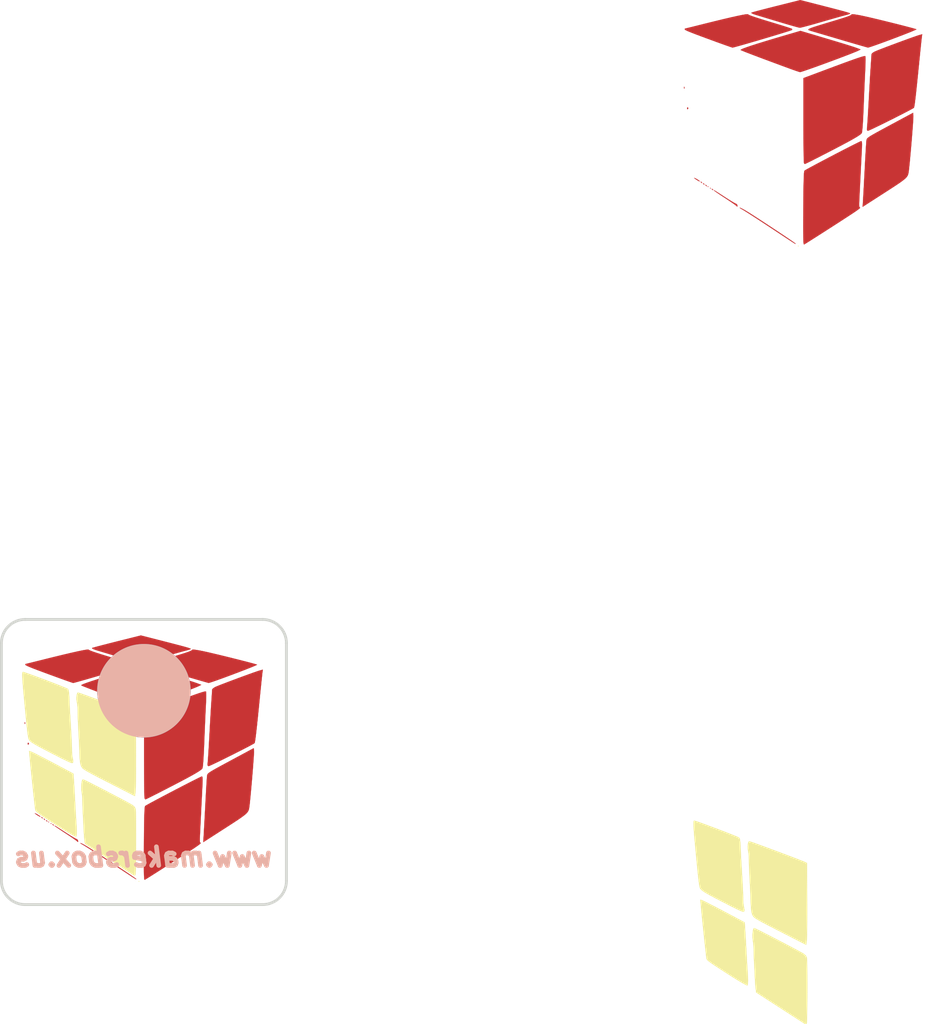
<source format=kicad_pcb>
(kicad_pcb (version 4) (host pcbnew 4.0.7)

  (general
    (links 0)
    (no_connects 0)
    (area 92.634999 59.400357 160.310714 120.3142)
    (thickness 1.6)
    (drawings 9)
    (tracks 0)
    (zones 0)
    (modules 9)
    (nets 1)
  )

  (page A4)
  (layers
    (0 F.Cu signal)
    (31 B.Cu signal)
    (32 B.Adhes user)
    (33 F.Adhes user)
    (34 B.Paste user)
    (35 F.Paste user)
    (36 B.SilkS user hide)
    (37 F.SilkS user)
    (38 B.Mask user)
    (39 F.Mask user)
    (40 Dwgs.User user)
    (41 Cmts.User user)
    (42 Eco1.User user)
    (43 Eco2.User user)
    (44 Edge.Cuts user)
    (45 Margin user)
    (46 B.CrtYd user)
    (47 F.CrtYd user)
    (48 B.Fab user)
    (49 F.Fab user hide)
  )

  (setup
    (last_trace_width 0.25)
    (trace_clearance 0.2)
    (zone_clearance 0.35)
    (zone_45_only no)
    (trace_min 0.2)
    (segment_width 0.2)
    (edge_width 0.15)
    (via_size 0.6)
    (via_drill 0.4)
    (via_min_size 0.4)
    (via_min_drill 0.3)
    (uvia_size 0.3)
    (uvia_drill 0.1)
    (uvias_allowed no)
    (uvia_min_size 0.2)
    (uvia_min_drill 0.1)
    (pcb_text_width 0.3)
    (pcb_text_size 1.5 1.5)
    (mod_edge_width 0.15)
    (mod_text_size 1 1)
    (mod_text_width 0.15)
    (pad_size 1.524 1.524)
    (pad_drill 0.762)
    (pad_to_mask_clearance 0.2)
    (aux_axis_origin 0 0)
    (visible_elements 7FFDFBFF)
    (pcbplotparams
      (layerselection 0x00030_80000001)
      (usegerberextensions false)
      (excludeedgelayer true)
      (linewidth 0.100000)
      (plotframeref false)
      (viasonmask false)
      (mode 1)
      (useauxorigin false)
      (hpglpennumber 1)
      (hpglpenspeed 20)
      (hpglpendiameter 15)
      (hpglpenoverlay 2)
      (psnegative false)
      (psa4output false)
      (plotreference true)
      (plotvalue true)
      (plotinvisibletext false)
      (padsonsilk false)
      (subtractmaskfromsilk false)
      (outputformat 1)
      (mirror false)
      (drillshape 1)
      (scaleselection 1)
      (outputdirectory ""))
  )

  (net 0 "")

  (net_class Default "This is the default net class."
    (clearance 0.2)
    (trace_width 0.25)
    (via_dia 0.6)
    (via_drill 0.4)
    (uvia_dia 0.3)
    (uvia_drill 0.1)
  )

  (module Wire_Pads:SolderWirePad_single_2mmDrill (layer F.Cu) (tedit 5AF9A410) (tstamp 5AF92CBC)
    (at 100.33 96.52)
    (fp_text reference REF** (at 0 -3.81) (layer F.SilkS) hide
      (effects (font (size 1 1) (thickness 0.15)))
    )
    (fp_text value SolderWirePad_single_2mmDrill (at 0 -5.08) (layer F.Fab) hide
      (effects (font (size 0.25 0.25) (thickness 0.0625)))
    )
    (pad 1 smd circle (at 0 0) (size 5 5) (layers B.Cu B.Paste B.SilkS B.Mask))
  )

  (module footprints:cube_Cu_Neg (layer F.Cu) (tedit 5AF916FB) (tstamp 5AF924D1)
    (at 100 100)
    (fp_text reference FCuNor (at 0 0) (layer F.SilkS) hide
      (effects (font (thickness 0.3)))
    )
    (fp_text value "F.Cu Normal" (at 11.76 9.855) (layer F.SilkS) hide
      (effects (font (thickness 0.3)))
    )
    (fp_poly (pts (xy 0.084667 6.709833) (xy 0.0635 6.731) (xy 0.042333 6.709833) (xy 0.0635 6.688667)
      (xy 0.084667 6.709833)) (layer F.SilkS) (width 0.01))
    (fp_poly (pts (xy 3.45185 1.117299) (xy 3.46485 1.174894) (xy 3.468848 1.285002) (xy 3.464413 1.459169)
      (xy 3.455807 1.640417) (xy 3.447376 1.801507) (xy 3.438505 1.973377) (xy 3.428731 2.165274)
      (xy 3.417592 2.386444) (xy 3.404627 2.646135) (xy 3.389375 2.953593) (xy 3.371373 3.318064)
      (xy 3.350159 3.748797) (xy 3.32582 4.243917) (xy 3.318121 4.436011) (xy 3.318889 4.558458)
      (xy 3.329748 4.626) (xy 3.352321 4.653379) (xy 3.37131 4.656667) (xy 3.363686 4.678004)
      (xy 3.295713 4.736309) (xy 3.178429 4.823025) (xy 3.022867 4.929592) (xy 2.999122 4.945306)
      (xy 2.792297 5.080943) (xy 2.552198 5.237282) (xy 2.288162 5.408349) (xy 2.009529 5.588168)
      (xy 1.725634 5.770764) (xy 1.445817 5.950161) (xy 1.179416 6.120385) (xy 0.935767 6.275461)
      (xy 0.724209 6.409413) (xy 0.554079 6.516265) (xy 0.434716 6.590044) (xy 0.375458 6.624773)
      (xy 0.372006 6.626374) (xy 0.358987 6.617307) (xy 0.348362 6.57501) (xy 0.34 6.493267)
      (xy 0.333768 6.365863) (xy 0.329535 6.186584) (xy 0.327168 5.949214) (xy 0.326535 5.647538)
      (xy 0.327506 5.275341) (xy 0.329946 4.82641) (xy 0.330856 4.688905) (xy 0.334883 4.191915)
      (xy 0.339717 3.77482) (xy 0.345511 3.432852) (xy 0.352415 3.161242) (xy 0.36058 2.955221)
      (xy 0.370156 2.81002) (xy 0.381296 2.72087) (xy 0.394149 2.683004) (xy 0.394356 2.682801)
      (xy 0.445065 2.650276) (xy 0.560255 2.585001) (xy 0.730043 2.492128) (xy 0.944544 2.376811)
      (xy 1.193872 2.244204) (xy 1.468143 2.099458) (xy 1.757471 1.947728) (xy 2.051973 1.794166)
      (xy 2.341763 1.643925) (xy 2.616956 1.502159) (xy 2.867667 1.37402) (xy 3.084012 1.264662)
      (xy 3.256106 1.179237) (xy 3.374063 1.122899) (xy 3.427999 1.100801) (xy 3.429282 1.100667)
      (xy 3.45185 1.117299)) (layer F.Cu) (width 0.01))
    (fp_poly (pts (xy -3.011178 4.678579) (xy -2.903787 4.733664) (xy -2.762095 4.813996) (xy -2.684573 4.860328)
      (xy -2.547417 4.945525) (xy -2.365379 5.061329) (xy -2.147857 5.20152) (xy -1.904249 5.359879)
      (xy -1.643952 5.530185) (xy -1.376364 5.70622) (xy -1.110884 5.881765) (xy -0.856909 6.050598)
      (xy -0.623837 6.206502) (xy -0.421066 6.343256) (xy -0.257994 6.454641) (xy -0.144018 6.534438)
      (xy -0.088537 6.576427) (xy -0.084667 6.580942) (xy -0.083143 6.589434) (xy -0.082964 6.595639)
      (xy -0.090717 6.595348) (xy -0.112989 6.584354) (xy -0.156367 6.558447) (xy -0.227439 6.513419)
      (xy -0.332792 6.445062) (xy -0.479014 6.349167) (xy -0.672691 6.221527) (xy -0.920412 6.057933)
      (xy -1.228762 5.854176) (xy -1.418167 5.729028) (xy -1.72429 5.527451) (xy -2.015495 5.336971)
      (xy -2.28248 5.163579) (xy -2.51594 5.013265) (xy -2.706573 4.892021) (xy -2.845074 4.805836)
      (xy -2.921 4.761302) (xy -3.019216 4.704915) (xy -3.068258 4.667495) (xy -3.065573 4.658638)
      (xy -3.011178 4.678579)) (layer F.Cu) (width 0.01))
    (fp_poly (pts (xy -4.434686 3.732002) (xy -4.407005 3.745863) (xy -4.351161 3.779569) (xy -4.257296 3.839149)
      (xy -4.115549 3.930637) (xy -3.916061 4.060062) (xy -3.831194 4.115168) (xy -3.645967 4.23334)
      (xy -3.483966 4.332765) (xy -3.359268 4.4051) (xy -3.28595 4.441998) (xy -3.274806 4.445)
      (xy -3.220057 4.479173) (xy -3.1997 4.514559) (xy -3.186514 4.584749) (xy -3.206674 4.604943)
      (xy -3.238584 4.571864) (xy -3.282618 4.533615) (xy -3.385434 4.458533) (xy -3.534466 4.35537)
      (xy -3.717149 4.232877) (xy -3.856657 4.141399) (xy -4.05235 4.013111) (xy -4.220483 3.900778)
      (xy -4.349326 3.812408) (xy -4.427147 3.756013) (xy -4.445 3.739686) (xy -4.444065 3.731953)
      (xy -4.434686 3.732002)) (layer F.Cu) (width 0.01))
    (fp_poly (pts (xy 6.214682 -0.250913) (xy 6.21402 -0.171339) (xy 6.206357 -0.020074) (xy 6.192738 0.190291)
      (xy 6.174209 0.447163) (xy 6.151814 0.737951) (xy 6.126599 1.050062) (xy 6.09961 1.370905)
      (xy 6.071893 1.687887) (xy 6.044492 1.988416) (xy 6.018453 2.259902) (xy 5.994821 2.48975)
      (xy 5.974642 2.665371) (xy 5.968912 2.709333) (xy 5.95562 2.799814) (xy 5.93806 2.877757)
      (xy 5.909332 2.949175) (xy 5.86254 3.020081) (xy 5.790787 3.096489) (xy 5.687174 3.184411)
      (xy 5.544805 3.289861) (xy 5.356782 3.418851) (xy 5.116208 3.577396) (xy 4.816186 3.771507)
      (xy 4.565604 3.932732) (xy 3.503456 4.615762) (xy 3.529854 4.181131) (xy 3.538957 4.024292)
      (xy 3.551476 3.798503) (xy 3.566575 3.519372) (xy 3.583418 3.202508) (xy 3.60117 2.863519)
      (xy 3.618996 2.518015) (xy 3.621119 2.4765) (xy 3.638247 2.150365) (xy 3.655124 1.846034)
      (xy 3.671022 1.57537) (xy 3.685212 1.350234) (xy 3.696969 1.182488) (xy 3.705563 1.083993)
      (xy 3.707368 1.070033) (xy 3.71365 1.031967) (xy 3.724044 0.997948) (xy 3.745393 0.963679)
      (xy 3.784536 0.924861) (xy 3.848314 0.877198) (xy 3.94357 0.816394) (xy 4.077142 0.73815)
      (xy 4.255873 0.638169) (xy 4.486603 0.512155) (xy 4.776174 0.35581) (xy 5.131426 0.164836)
      (xy 5.248781 0.101789) (xy 6.201833 -0.410255) (xy 6.214682 -0.250913)) (layer F.Cu) (width 0.01))
    (fp_poly (pts (xy -4.536208 3.657791) (xy -4.491118 3.697143) (xy -4.487333 3.706665) (xy -4.507424 3.724064)
      (xy -4.549252 3.685077) (xy -4.554876 3.676459) (xy -4.559866 3.64749) (xy -4.536208 3.657791)) (layer F.Cu) (width 0.01))
    (fp_poly (pts (xy -4.614333 3.6195) (xy -4.6355 3.640667) (xy -4.656667 3.6195) (xy -4.6355 3.598333)
      (xy -4.614333 3.6195)) (layer F.Cu) (width 0.01))
    (fp_poly (pts (xy -4.741333 3.534833) (xy -4.7625 3.556) (xy -4.783667 3.534833) (xy -4.7625 3.513667)
      (xy -4.741333 3.534833)) (layer F.Cu) (width 0.01))
    (fp_poly (pts (xy -4.874874 3.446124) (xy -4.829428 3.488749) (xy -4.83875 3.513254) (xy -4.844668 3.513667)
      (xy -4.880475 3.483598) (xy -4.893543 3.464792) (xy -4.898532 3.435824) (xy -4.874874 3.446124)) (layer F.Cu) (width 0.01))
    (fp_poly (pts (xy -5.001874 3.361457) (xy -4.956428 3.404083) (xy -4.96575 3.428588) (xy -4.971668 3.429)
      (xy -5.007475 3.398931) (xy -5.020543 3.380126) (xy -5.025532 3.351157) (xy -5.001874 3.361457)) (layer F.Cu) (width 0.01))
    (fp_poly (pts (xy -5.128874 3.276791) (xy -5.083428 3.319416) (xy -5.09275 3.343921) (xy -5.098668 3.344333)
      (xy -5.134475 3.314265) (xy -5.147543 3.295459) (xy -5.152532 3.26649) (xy -5.128874 3.276791)) (layer F.Cu) (width 0.01))
    (fp_poly (pts (xy -5.471318 3.077501) (xy -5.391089 3.11769) (xy -5.355167 3.138276) (xy -5.262509 3.196701)
      (xy -5.210853 3.236564) (xy -5.207 3.242681) (xy -5.213864 3.256864) (xy -5.247374 3.245057)
      (xy -5.326909 3.199054) (xy -5.36575 3.175464) (xy -5.454246 3.116705) (xy -5.501097 3.076235)
      (xy -5.503333 3.071216) (xy -5.471318 3.077501)) (layer F.Cu) (width 0.01))
    (fp_poly (pts (xy 3.642945 -3.441204) (xy 3.648699 -3.437901) (xy 3.656637 -3.387466) (xy 3.659421 -3.266808)
      (xy 3.657204 -3.090203) (xy 3.650135 -2.871929) (xy 3.640544 -2.666536) (xy 3.628202 -2.419971)
      (xy 3.613738 -2.109318) (xy 3.598042 -1.755102) (xy 3.582009 -1.377848) (xy 3.566529 -0.99808)
      (xy 3.554046 -0.677333) (xy 3.537986 -0.295602) (xy 3.520924 0.032758) (xy 3.50334 0.301068)
      (xy 3.485713 0.502647) (xy 3.468521 0.630815) (xy 3.457266 0.672745) (xy 3.398321 0.735162)
      (xy 3.26667 0.828502) (xy 3.060862 0.953681) (xy 2.779448 1.111617) (xy 2.667 1.172556)
      (xy 2.454491 1.285912) (xy 2.211364 1.413983) (xy 1.948291 1.551311) (xy 1.675947 1.692436)
      (xy 1.405004 1.831901) (xy 1.146137 1.964246) (xy 0.910018 2.084012) (xy 0.707321 2.185741)
      (xy 0.548721 2.263974) (xy 0.444889 2.313251) (xy 0.407141 2.328333) (xy 0.379623 2.295056)
      (xy 0.364362 2.261371) (xy 0.359442 2.207246) (xy 0.354831 2.076579) (xy 0.35062 1.877495)
      (xy 0.3469 1.618118) (xy 0.343761 1.306574) (xy 0.341296 0.950986) (xy 0.339593 0.559479)
      (xy 0.338746 0.140178) (xy 0.338667 -0.035556) (xy 0.338667 -2.265521) (xy 1.55575 -2.720771)
      (xy 2.031696 -2.89828) (xy 2.434057 -3.047115) (xy 2.768224 -3.169122) (xy 3.039585 -3.266149)
      (xy 3.25353 -3.340041) (xy 3.415449 -3.392646) (xy 3.530732 -3.42581) (xy 3.604767 -3.441381)
      (xy 3.642945 -3.441204)) (layer F.Cu) (width 0.01))
    (fp_poly (pts (xy 6.666701 -4.452158) (xy 6.657472 -4.374464) (xy 6.641052 -4.223302) (xy 6.618556 -4.00946)
      (xy 6.591101 -3.743727) (xy 6.559801 -3.436892) (xy 6.525774 -3.099745) (xy 6.495201 -2.794)
      (xy 6.444262 -2.287028) (xy 6.400245 -1.859471) (xy 6.36257 -1.506409) (xy 6.330657 -1.222925)
      (xy 6.303925 -1.004099) (xy 6.281795 -0.845013) (xy 6.263687 -0.740747) (xy 6.249019 -0.686382)
      (xy 6.245876 -0.6801) (xy 6.202394 -0.650808) (xy 6.093916 -0.590155) (xy 5.931619 -0.50374)
      (xy 5.726681 -0.397163) (xy 5.49028 -0.276023) (xy 5.233592 -0.145921) (xy 4.967795 -0.012455)
      (xy 4.704066 0.118775) (xy 4.453582 0.242168) (xy 4.227522 0.352126) (xy 4.037061 0.443049)
      (xy 3.893378 0.509337) (xy 3.80765 0.545391) (xy 3.789816 0.550333) (xy 3.749577 0.538174)
      (xy 3.733698 0.48864) (xy 3.738115 0.382149) (xy 3.743672 0.328083) (xy 3.752246 0.228217)
      (xy 3.764283 0.056986) (xy 3.778967 -0.172415) (xy 3.795485 -0.446792) (xy 3.813024 -0.752951)
      (xy 3.830769 -1.077698) (xy 3.833114 -1.121833) (xy 3.852022 -1.471972) (xy 3.87185 -1.826923)
      (xy 3.891538 -2.168552) (xy 3.910024 -2.478727) (xy 3.926248 -2.739313) (xy 3.938358 -2.921)
      (xy 3.953213 -3.135336) (xy 3.965651 -3.321082) (xy 3.974545 -3.460948) (xy 3.978769 -3.537647)
      (xy 3.978962 -3.544556) (xy 4.013752 -3.594414) (xy 4.100408 -3.656527) (xy 4.138083 -3.677118)
      (xy 4.222074 -3.714047) (xy 4.3723 -3.774462) (xy 4.575265 -3.853356) (xy 4.817476 -3.945722)
      (xy 5.085439 -4.046555) (xy 5.365658 -4.150846) (xy 5.644641 -4.253591) (xy 5.908892 -4.349783)
      (xy 6.144917 -4.434414) (xy 6.339221 -4.502479) (xy 6.478312 -4.548971) (xy 6.529869 -4.564488)
      (xy 6.688572 -4.607483) (xy 6.666701 -4.452158)) (layer F.Cu) (width 0.01))
    (fp_poly (pts (xy -5.84131 -0.698073) (xy -5.816889 -0.647339) (xy -5.822641 -0.632075) (xy -5.863508 -0.594538)
      (xy -5.883505 -0.637292) (xy -5.884333 -0.658665) (xy -5.863505 -0.702267) (xy -5.84131 -0.698073)) (layer F.Cu) (width 0.01))
    (fp_poly (pts (xy -6.024748 -1.785938) (xy -6.019702 -1.719776) (xy -6.02809 -1.704799) (xy -6.047331 -1.717424)
      (xy -6.050325 -1.760361) (xy -6.039986 -1.805532) (xy -6.024748 -1.785938)) (layer F.Cu) (width 0.01))
    (fp_poly (pts (xy 1.411394 -4.422759) (xy 1.844869 -4.293612) (xy 2.205441 -4.185395) (xy 2.501531 -4.095484)
      (xy 2.741562 -4.021255) (xy 2.933953 -3.960085) (xy 3.087127 -3.909348) (xy 3.209505 -3.866422)
      (xy 3.274795 -3.842126) (xy 3.395757 -3.795963) (xy 3.287828 -3.739413) (xy 3.198553 -3.698719)
      (xy 3.045807 -3.635821) (xy 2.840314 -3.554669) (xy 2.592794 -3.459213) (xy 2.31397 -3.353401)
      (xy 2.014563 -3.241182) (xy 1.705295 -3.126507) (xy 1.39689 -3.013323) (xy 1.100067 -2.905582)
      (xy 0.825549 -2.807231) (xy 0.584058 -2.722221) (xy 0.386317 -2.6545) (xy 0.243046 -2.608018)
      (xy 0.164968 -2.586724) (xy 0.155984 -2.585829) (xy 0.098253 -2.6011) (xy -0.020998 -2.639979)
      (xy -0.18397 -2.696463) (xy -0.359833 -2.759774) (xy -0.826804 -2.931204) (xy -1.26539 -3.093196)
      (xy -1.669355 -3.243389) (xy -2.032462 -3.379422) (xy -2.348476 -3.498934) (xy -2.61116 -3.599562)
      (xy -2.814277 -3.678947) (xy -2.95159 -3.734727) (xy -3.016864 -3.76454) (xy -3.020869 -3.767313)
      (xy -2.996824 -3.793971) (xy -2.892751 -3.841637) (xy -2.710487 -3.909702) (xy -2.451864 -3.997557)
      (xy -2.118717 -4.104593) (xy -1.712881 -4.230201) (xy -1.236189 -4.373772) (xy -0.853439 -4.486951)
      (xy 0.176955 -4.789611) (xy 1.411394 -4.422759)) (layer F.Cu) (width 0.01))
    (fp_poly (pts (xy -2.626488 -5.675613) (xy -2.596913 -5.652419) (xy -2.527739 -5.620008) (xy -2.412483 -5.576199)
      (xy -2.24466 -5.518811) (xy -2.017786 -5.445661) (xy -1.725379 -5.354569) (xy -1.360953 -5.243352)
      (xy -1.172868 -5.186498) (xy -0.913439 -5.107446) (xy -0.681858 -5.03533) (xy -0.49026 -4.974058)
      (xy -0.350782 -4.927536) (xy -0.275558 -4.899669) (xy -0.266229 -4.894674) (xy -0.262701 -4.846253)
      (xy -0.266805 -4.841418) (xy -0.31375 -4.822217) (xy -0.431256 -4.782868) (xy -0.608501 -4.726577)
      (xy -0.834665 -4.65655) (xy -1.098925 -4.575995) (xy -1.39046 -4.488116) (xy -1.69845 -4.396122)
      (xy -2.012073 -4.303217) (xy -2.320508 -4.212608) (xy -2.612933 -4.127503) (xy -2.878527 -4.051106)
      (xy -3.106469 -3.986625) (xy -3.285938 -3.937266) (xy -3.406113 -3.906235) (xy -3.455343 -3.896643)
      (xy -3.504416 -3.911145) (xy -3.620915 -3.95062) (xy -3.7928 -4.010833) (xy -4.008028 -4.087546)
      (xy -4.254559 -4.176524) (xy -4.360333 -4.215) (xy -4.783288 -4.369717) (xy -5.132343 -4.498671)
      (xy -5.413455 -4.60423) (xy -5.632581 -4.688763) (xy -5.795678 -4.75464) (xy -5.908702 -4.80423)
      (xy -5.97761 -4.839901) (xy -6.008358 -4.864023) (xy -6.011334 -4.87162) (xy -5.998785 -4.910096)
      (xy -5.996209 -4.910667) (xy -5.9527 -4.920518) (xy -5.838373 -4.948214) (xy -5.664525 -4.990968)
      (xy -5.442452 -5.045992) (xy -5.18345 -5.110499) (xy -4.969626 -5.16396) (xy -4.421346 -5.299923)
      (xy -3.942404 -5.415879) (xy -3.534633 -5.51143) (xy -3.199865 -5.586175) (xy -2.939934 -5.639714)
      (xy -2.756672 -5.671647) (xy -2.651911 -5.681573) (xy -2.626488 -5.675613)) (layer F.Cu) (width 0.01))
    (fp_poly (pts (xy 3.083363 -5.667749) (xy 3.249184 -5.640991) (xy 3.451125 -5.602412) (xy 3.525836 -5.586889)
      (xy 3.709454 -5.546407) (xy 3.941707 -5.492796) (xy 4.210933 -5.428972) (xy 4.50547 -5.357851)
      (xy 4.813657 -5.28235) (xy 5.12383 -5.205384) (xy 5.424329 -5.129871) (xy 5.703491 -5.058725)
      (xy 5.949654 -4.994864) (xy 6.151157 -4.941204) (xy 6.296336 -4.90066) (xy 6.373531 -4.876149)
      (xy 6.380498 -4.873056) (xy 6.352684 -4.853941) (xy 6.256291 -4.81035) (xy 6.102413 -4.746457)
      (xy 5.90214 -4.666436) (xy 5.666567 -4.574464) (xy 5.406786 -4.474714) (xy 5.133889 -4.371361)
      (xy 4.858969 -4.268581) (xy 4.593118 -4.170548) (xy 4.347431 -4.081438) (xy 4.132998 -4.005424)
      (xy 3.960912 -3.946682) (xy 3.842267 -3.909387) (xy 3.788833 -3.897644) (xy 3.73944 -3.909963)
      (xy 3.618677 -3.943537) (xy 3.436345 -3.99554) (xy 3.202245 -4.063145) (xy 2.926178 -4.143526)
      (xy 2.617944 -4.233859) (xy 2.391833 -4.300453) (xy 2.05692 -4.399296) (xy 1.738492 -4.493292)
      (xy 1.44813 -4.579019) (xy 1.197418 -4.653058) (xy 0.997938 -4.711988) (xy 0.861273 -4.75239)
      (xy 0.814917 -4.766114) (xy 0.725439 -4.792192) (xy 0.655698 -4.814502) (xy 0.611548 -4.83579)
      (xy 0.598845 -4.858801) (xy 0.623443 -4.886279) (xy 0.691198 -4.92097) (xy 0.807964 -4.965617)
      (xy 0.979596 -5.022967) (xy 1.211949 -5.095763) (xy 1.510877 -5.18675) (xy 1.882237 -5.298674)
      (xy 2.074333 -5.35654) (xy 2.358574 -5.443339) (xy 2.571676 -5.511467) (xy 2.724092 -5.56487)
      (xy 2.826274 -5.607494) (xy 2.888672 -5.643285) (xy 2.92174 -5.67619) (xy 2.922012 -5.6766)
      (xy 2.969144 -5.680385) (xy 3.083363 -5.667749)) (layer F.Cu) (width 0.01))
    (fp_poly (pts (xy 1.004315 -6.220831) (xy 1.449789 -6.106829) (xy 1.819611 -6.011601) (xy 2.120265 -5.933364)
      (xy 2.358232 -5.870334) (xy 2.539995 -5.820728) (xy 2.672036 -5.782763) (xy 2.760838 -5.754655)
      (xy 2.812881 -5.734621) (xy 2.83465 -5.720879) (xy 2.836333 -5.716837) (xy 2.798815 -5.691854)
      (xy 2.70228 -5.659069) (xy 2.614083 -5.636499) (xy 2.513218 -5.610894) (xy 2.344742 -5.56516)
      (xy 2.122253 -5.503117) (xy 1.859347 -5.428587) (xy 1.569621 -5.345392) (xy 1.307891 -5.269395)
      (xy 1.015639 -5.185086) (xy 0.747187 -5.109536) (xy 0.514107 -5.045851) (xy 0.327971 -4.997137)
      (xy 0.200352 -4.966499) (xy 0.143725 -4.95697) (xy 0.082295 -4.969916) (xy -0.048116 -5.004222)
      (xy -0.235519 -5.056499) (xy -0.467928 -5.123357) (xy -0.733354 -5.201407) (xy -0.9525 -5.266942)
      (xy -1.248527 -5.35613) (xy -1.53286 -5.441848) (xy -1.790568 -5.519592) (xy -2.006719 -5.584856)
      (xy -2.166381 -5.633134) (xy -2.232521 -5.653188) (xy -2.37117 -5.701674) (xy -2.441638 -5.740931)
      (xy -2.441259 -5.764368) (xy -2.387753 -5.781998) (xy -2.262507 -5.817211) (xy -2.075971 -5.867257)
      (xy -1.838594 -5.929385) (xy -1.560825 -6.000844) (xy -1.253113 -6.078884) (xy -1.109423 -6.114974)
      (xy 0.167131 -6.434642) (xy 1.004315 -6.220831)) (layer F.Cu) (width 0.01))
  )

  (module footprints:cube_silk_normal (layer F.Cu) (tedit 5AF9170F) (tstamp 5AF9268D)
    (at 100 100)
    (fp_text reference FSilkNor (at 0 0) (layer F.Fab)
      (effects (font (thickness 0.3)))
    )
    (fp_text value "F.Silk Normal" (at 12.395 18.745) (layer F.SilkS) hide
      (effects (font (thickness 0.3)))
    )
    (fp_poly (pts (xy -2.909457 1.261399) (xy -2.857704 1.28304) (xy -2.741867 1.338791) (xy -2.57266 1.423093)
      (xy -2.360798 1.530386) (xy -2.116996 1.655112) (xy -1.851966 1.79171) (xy -1.576424 1.934621)
      (xy -1.301084 2.078286) (xy -1.03666 2.217145) (xy -0.793866 2.345639) (xy -0.583417 2.458207)
      (xy -0.416027 2.549292) (xy -0.302409 2.613332) (xy -0.290802 2.620182) (xy -0.163705 2.726285)
      (xy -0.110885 2.842826) (xy -0.104339 2.917673) (xy -0.098927 3.063555) (xy -0.094624 3.269331)
      (xy -0.091402 3.523857) (xy -0.089234 3.815992) (xy -0.088092 4.134592) (xy -0.087951 4.468516)
      (xy -0.088783 4.80662) (xy -0.090561 5.137762) (xy -0.093259 5.450799) (xy -0.096848 5.73459)
      (xy -0.101302 5.977991) (xy -0.106594 6.16986) (xy -0.112698 6.299055) (xy -0.119392 6.354009)
      (xy -0.147106 6.396812) (xy -0.192582 6.391083) (xy -0.257447 6.354009) (xy -0.318125 6.315522)
      (xy -0.440807 6.236882) (xy -0.616418 6.123938) (xy -0.835881 5.982536) (xy -1.09012 5.818524)
      (xy -1.370058 5.637748) (xy -1.59626 5.491551) (xy -2.825792 4.696601) (xy -2.853928 4.475551)
      (xy -2.868598 4.330328) (xy -2.883283 4.135099) (xy -2.895492 3.924484) (xy -2.898769 3.852333)
      (xy -2.909515 3.613504) (xy -2.922726 3.347956) (xy -2.935846 3.106686) (xy -2.938036 3.069167)
      (xy -2.948772 2.85352) (xy -2.956695 2.628826) (xy -2.960358 2.437731) (xy -2.960453 2.408365)
      (xy -2.966881 2.226846) (xy -2.983649 2.048021) (xy -3.000797 1.942698) (xy -3.018616 1.79269)
      (xy -3.020264 1.610406) (xy -3.012484 1.502833) (xy -2.992117 1.35992) (xy -2.96757 1.284704)
      (xy -2.931625 1.260273) (xy -2.909457 1.261399)) (layer F.SilkS) (width 0.01))
    (fp_poly (pts (xy -5.712163 -0.231933) (xy -5.63937 -0.200525) (xy -5.496698 -0.130925) (xy -5.288617 -0.025447)
      (xy -5.019597 0.113594) (xy -4.694108 0.283887) (xy -4.316621 0.483116) (xy -3.891605 0.708968)
      (xy -3.802482 0.756495) (xy -3.43513 0.9525) (xy -3.411933 1.312333) (xy -3.378192 1.864383)
      (xy -3.344716 2.471318) (xy -3.330246 2.751667) (xy -3.317433 2.985988) (xy -3.301937 3.242797)
      (xy -3.286712 3.473583) (xy -3.283863 3.513667) (xy -3.264354 3.830989) (xy -3.257668 4.067783)
      (xy -3.263832 4.227214) (xy -3.282873 4.312448) (xy -3.290628 4.323561) (xy -3.3353 4.312383)
      (xy -3.440155 4.260757) (xy -3.594588 4.174685) (xy -3.787993 4.060171) (xy -4.009767 3.923215)
      (xy -4.108127 3.860888) (xy -4.457101 3.637701) (xy -4.741123 3.454858) (xy -4.966918 3.307635)
      (xy -5.141209 3.191307) (xy -5.270719 3.10115) (xy -5.362172 3.03244) (xy -5.422292 2.980451)
      (xy -5.457802 2.940461) (xy -5.475426 2.907745) (xy -5.478376 2.89808) (xy -5.487786 2.836948)
      (xy -5.504391 2.703611) (xy -5.526903 2.510106) (xy -5.554034 2.26847) (xy -5.584497 1.990737)
      (xy -5.617006 1.688946) (xy -5.650271 1.375131) (xy -5.683007 1.06133) (xy -5.713925 0.759579)
      (xy -5.741738 0.481913) (xy -5.76516 0.24037) (xy -5.780914 0.069516) (xy -5.81047 -0.263134)
      (xy -5.712163 -0.231933)) (layer F.SilkS) (width 0.01))
    (fp_poly (pts (xy -3.147504 -3.372286) (xy -3.029362 -3.331842) (xy -2.853819 -3.269381) (xy -2.631739 -3.18895)
      (xy -2.373988 -3.094595) (xy -2.09143 -2.990365) (xy -1.794931 -2.880306) (xy -1.495356 -2.768464)
      (xy -1.203569 -2.658887) (xy -0.930436 -2.555621) (xy -0.686822 -2.462713) (xy -0.483592 -2.384211)
      (xy -0.331611 -2.32416) (xy -0.241743 -2.286608) (xy -0.232833 -2.28247) (xy -0.105833 -2.221375)
      (xy -0.09514 -0.274604) (xy -0.093619 0.132898) (xy -0.093534 0.52206) (xy -0.094791 0.883085)
      (xy -0.097295 1.206176) (xy -0.100951 1.481537) (xy -0.105664 1.699372) (xy -0.11134 1.849883)
      (xy -0.116307 1.913735) (xy -0.148167 2.155304) (xy -1.306109 1.565098) (xy -1.700189 1.363809)
      (xy -2.025535 1.196508) (xy -2.28915 1.059336) (xy -2.498035 0.948435) (xy -2.659194 0.859943)
      (xy -2.779628 0.790002) (xy -2.866341 0.734753) (xy -2.926333 0.690336) (xy -2.966609 0.652892)
      (xy -2.972013 0.646925) (xy -3.031882 0.548357) (xy -3.074489 0.401788) (xy -3.102103 0.195492)
      (xy -3.116991 -0.082256) (xy -3.117646 -0.105833) (xy -3.125202 -0.340046) (xy -3.135867 -0.605919)
      (xy -3.147499 -0.850609) (xy -3.148984 -0.87836) (xy -3.168591 -1.241206) (xy -3.183877 -1.531538)
      (xy -3.19535 -1.761369) (xy -3.203519 -1.942713) (xy -3.208891 -2.087584) (xy -3.211974 -2.207997)
      (xy -3.213276 -2.315965) (xy -3.213379 -2.40109) (xy -3.219114 -2.579926) (xy -3.234843 -2.7481)
      (xy -3.255637 -2.862472) (xy -3.276338 -2.990694) (xy -3.277702 -3.132097) (xy -3.262498 -3.261776)
      (xy -3.233494 -3.354824) (xy -3.19738 -3.386667) (xy -3.147504 -3.372286)) (layer F.SilkS) (width 0.01))
    (fp_poly (pts (xy -6.078403 -4.472658) (xy -5.954374 -4.431723) (xy -5.776427 -4.36917) (xy -5.556823 -4.289639)
      (xy -5.307823 -4.19777) (xy -5.041689 -4.098202) (xy -4.770682 -3.995577) (xy -4.507063 -3.894533)
      (xy -4.263094 -3.799712) (xy -4.051037 -3.715753) (xy -3.883152 -3.647296) (xy -3.771701 -3.598981)
      (xy -3.729936 -3.576709) (xy -3.694887 -3.4994) (xy -3.670821 -3.344005) (xy -3.657812 -3.125175)
      (xy -3.648976 -2.895812) (xy -3.637609 -2.647297) (xy -3.625906 -2.426975) (xy -3.623803 -2.391833)
      (xy -3.594448 -1.908448) (xy -3.570457 -1.501535) (xy -3.551428 -1.163098) (xy -3.536958 -0.885141)
      (xy -3.526643 -0.659665) (xy -3.520082 -0.478675) (xy -3.516871 -0.334173) (xy -3.516387 -0.259075)
      (xy -3.509012 -0.090063) (xy -3.489728 0.066683) (xy -3.469953 0.152349) (xy -3.445766 0.288676)
      (xy -3.462275 0.363309) (xy -3.483107 0.381682) (xy -3.523132 0.383312) (xy -3.591444 0.364443)
      (xy -3.697138 0.321324) (xy -3.84931 0.2502) (xy -4.057052 0.147319) (xy -4.329462 0.008928)
      (xy -4.364703 -0.009104) (xy -4.734176 -0.198921) (xy -5.03511 -0.355462) (xy -5.274771 -0.483163)
      (xy -5.460426 -0.586456) (xy -5.599342 -0.669777) (xy -5.698786 -0.737558) (xy -5.766023 -0.794233)
      (xy -5.808322 -0.844237) (xy -5.832948 -0.892003) (xy -5.838543 -0.908382) (xy -5.854043 -0.969026)
      (xy -5.870329 -1.055866) (xy -5.888223 -1.176176) (xy -5.908544 -1.337228) (xy -5.932112 -1.546296)
      (xy -5.959748 -1.810654) (xy -5.992272 -2.137575) (xy -6.030503 -2.534333) (xy -6.075025 -3.005667)
      (xy -6.111949 -3.405529) (xy -6.140244 -3.728792) (xy -6.160225 -3.98305) (xy -6.172205 -4.175895)
      (xy -6.176497 -4.314921) (xy -6.173416 -4.407722) (xy -6.163275 -4.461892) (xy -6.146388 -4.485024)
      (xy -6.136252 -4.487333) (xy -6.078403 -4.472658)) (layer F.SilkS) (width 0.01))
  )

  (module footprints:cube_paste_negative (layer F.Cu) (tedit 5AF91700) (tstamp 5AF92A42)
    (at 100 100)
    (fp_text reference FPasteNeg (at 3.81 0) (layer F.SilkS) hide
      (effects (font (thickness 0.3)))
    )
    (fp_text value "F.Paste Negative" (at 14.3 15.57) (layer F.SilkS) hide
      (effects (font (thickness 0.3)))
    )
    (fp_poly (pts (xy 3.329009 2.021942) (xy 3.315604 2.342576) (xy 3.297084 2.712705) (xy 3.275377 3.097449)
      (xy 3.25241 3.46193) (xy 3.238305 3.663486) (xy 3.219175 3.928084) (xy 3.202373 4.168729)
      (xy 3.188874 4.370783) (xy 3.179651 4.519611) (xy 3.175679 4.600576) (xy 3.175599 4.605408)
      (xy 3.16302 4.64727) (xy 3.12031 4.700391) (xy 3.039293 4.771201) (xy 2.911797 4.866127)
      (xy 2.729648 4.991599) (xy 2.484672 5.154044) (xy 2.44475 5.180198) (xy 2.14819 5.373491)
      (xy 1.85001 5.566417) (xy 1.559376 5.753173) (xy 1.285456 5.927953) (xy 1.037414 6.084953)
      (xy 0.824417 6.21837) (xy 0.655632 6.3224) (xy 0.540224 6.391238) (xy 0.489288 6.418415)
      (xy 0.462989 6.40431) (xy 0.441916 6.333195) (xy 0.424347 6.19582) (xy 0.408723 5.985594)
      (xy 0.397622 5.733118) (xy 0.39038 5.414825) (xy 0.386934 5.049476) (xy 0.387222 4.655831)
      (xy 0.391179 4.252649) (xy 0.398743 3.85869) (xy 0.40985 3.492713) (xy 0.417751 3.303649)
      (xy 0.4445 2.733799) (xy 0.6985 2.590154) (xy 0.815161 2.526226) (xy 0.992912 2.431415)
      (xy 1.218379 2.312634) (xy 1.478192 2.176801) (xy 1.758977 2.030829) (xy 2.047364 1.881634)
      (xy 2.32998 1.73613) (xy 2.593452 1.601234) (xy 2.82441 1.48386) (xy 3.00948 1.390924)
      (xy 3.135291 1.32934) (xy 3.149886 1.322457) (xy 3.357606 1.225412) (xy 3.329009 2.021942)) (layer F.Paste) (width 0.01))
    (fp_poly (pts (xy 6.130345 -0.199654) (xy 6.129861 -0.141251) (xy 6.12198 -0.010765) (xy 6.107804 0.179645)
      (xy 6.088433 0.417822) (xy 6.064969 0.691609) (xy 6.038513 0.988848) (xy 6.010167 1.297381)
      (xy 5.98103 1.605053) (xy 5.952206 1.899704) (xy 5.924794 2.169179) (xy 5.899897 2.401318)
      (xy 5.878615 2.583966) (xy 5.877103 2.596061) (xy 5.830116 2.969623) (xy 5.338641 3.298689)
      (xy 5.117859 3.445547) (xy 4.879926 3.602154) (xy 4.635431 3.761715) (xy 4.394963 3.917437)
      (xy 4.169111 4.062525) (xy 3.968465 4.190186) (xy 3.803614 4.293627) (xy 3.685147 4.366052)
      (xy 3.623652 4.400669) (xy 3.617942 4.402667) (xy 3.585983 4.36917) (xy 3.569337 4.334027)
      (xy 3.565794 4.276997) (xy 3.567557 4.147093) (xy 3.573947 3.955894) (xy 3.584287 3.71498)
      (xy 3.597898 3.435931) (xy 3.614102 3.130329) (xy 3.632223 2.809753) (xy 3.651581 2.485782)
      (xy 3.671499 2.169998) (xy 3.691299 1.87398) (xy 3.710303 1.609309) (xy 3.727834 1.387565)
      (xy 3.743213 1.220327) (xy 3.755762 1.119177) (xy 3.758308 1.105883) (xy 3.771246 1.062419)
      (xy 3.794347 1.020216) (xy 3.834463 0.975087) (xy 3.898445 0.922845) (xy 3.993143 0.859304)
      (xy 4.125409 0.780277) (xy 4.302094 0.681576) (xy 4.530048 0.559016) (xy 4.816123 0.408408)
      (xy 5.167169 0.225567) (xy 5.376333 0.11705) (xy 5.640014 -0.018094) (xy 5.837783 -0.115429)
      (xy 5.977696 -0.178339) (xy 6.06781 -0.210207) (xy 6.116184 -0.214417) (xy 6.130345 -0.199654)) (layer F.Paste) (width 0.01))
    (fp_poly (pts (xy 3.595527 -3.35086) (xy 3.621931 -3.28622) (xy 3.62627 -3.218112) (xy 3.625706 -3.077325)
      (xy 3.620819 -2.875671) (xy 3.612189 -2.62496) (xy 3.600399 -2.337003) (xy 3.58603 -2.02361)
      (xy 3.569662 -1.696592) (xy 3.551876 -1.36776) (xy 3.533254 -1.048924) (xy 3.514377 -0.751895)
      (xy 3.495826 -0.488483) (xy 3.478182 -0.2705) (xy 3.468572 -0.169333) (xy 3.439988 0.109186)
      (xy 3.417679 0.315706) (xy 3.398614 0.462378) (xy 3.379766 0.561357) (xy 3.358106 0.624796)
      (xy 3.330605 0.664848) (xy 3.294234 0.693668) (xy 3.246126 0.723308) (xy 3.169758 0.766346)
      (xy 3.033082 0.838967) (xy 2.846495 0.935949) (xy 2.620394 1.052068) (xy 2.365176 1.1821)
      (xy 2.091237 1.320823) (xy 1.808975 1.463012) (xy 1.528786 1.603444) (xy 1.261067 1.736895)
      (xy 1.016214 1.858142) (xy 0.804625 1.961962) (xy 0.636696 2.04313) (xy 0.522824 2.096424)
      (xy 0.473405 2.116619) (xy 0.472817 2.116667) (xy 0.457999 2.076286) (xy 0.442231 1.962912)
      (xy 0.426571 1.78819) (xy 0.412079 1.563771) (xy 0.400666 1.322917) (xy 0.392012 1.043523)
      (xy 0.386605 0.728114) (xy 0.384225 0.386856) (xy 0.384656 0.02992) (xy 0.387677 -0.332526)
      (xy 0.39307 -0.690315) (xy 0.400615 -1.033277) (xy 0.410094 -1.351244) (xy 0.421289 -1.634047)
      (xy 0.433979 -1.871519) (xy 0.447947 -2.053489) (xy 0.462973 -2.16979) (xy 0.476705 -2.20962)
      (xy 0.54223 -2.241694) (xy 0.674459 -2.298244) (xy 0.862599 -2.375143) (xy 1.095858 -2.468261)
      (xy 1.363442 -2.573471) (xy 1.654558 -2.686643) (xy 1.958416 -2.803648) (xy 2.264221 -2.920359)
      (xy 2.561182 -3.032646) (xy 2.838505 -3.136381) (xy 3.085399 -3.227436) (xy 3.291069 -3.30168)
      (xy 3.444725 -3.354987) (xy 3.535573 -3.383227) (xy 3.553602 -3.386667) (xy 3.595527 -3.35086)) (layer F.Paste) (width 0.01))
    (fp_poly (pts (xy 6.513192 -4.46321) (xy 6.517968 -4.387295) (xy 6.514952 -4.254271) (xy 6.503837 -4.05882)
      (xy 6.484315 -3.795626) (xy 6.456079 -3.459371) (xy 6.418821 -3.044738) (xy 6.415224 -3.005667)
      (xy 6.371158 -2.528327) (xy 6.333894 -2.128129) (xy 6.302461 -1.797903) (xy 6.275888 -1.530481)
      (xy 6.253205 -1.318696) (xy 6.233441 -1.155378) (xy 6.215625 -1.033359) (xy 6.198788 -0.945471)
      (xy 6.181957 -0.884546) (xy 6.164163 -0.843415) (xy 6.144435 -0.814911) (xy 6.121803 -0.791864)
      (xy 6.114556 -0.785176) (xy 6.055846 -0.74599) (xy 5.93511 -0.676209) (xy 5.764045 -0.581889)
      (xy 5.554352 -0.469085) (xy 5.317731 -0.343853) (xy 5.06588 -0.212246) (xy 4.8105 -0.08032)
      (xy 4.563289 0.045869) (xy 4.335948 0.160268) (xy 4.140175 0.256821) (xy 3.987672 0.329472)
      (xy 3.890136 0.372167) (xy 3.861265 0.381) (xy 3.798363 0.352279) (xy 3.792291 0.344261)
      (xy 3.790099 0.295966) (xy 3.792768 0.173683) (xy 3.799703 -0.012084) (xy 3.81031 -0.250832)
      (xy 3.823994 -0.532058) (xy 3.84016 -0.845259) (xy 3.858213 -1.179931) (xy 3.877558 -1.525572)
      (xy 3.8976 -1.871677) (xy 3.917745 -2.207745) (xy 3.937398 -2.523271) (xy 3.955963 -2.807753)
      (xy 3.972847 -3.050687) (xy 3.987454 -3.24157) (xy 3.999189 -3.369899) (xy 4.00526 -3.416259)
      (xy 4.025537 -3.487404) (xy 4.066961 -3.542109) (xy 4.146913 -3.59395) (xy 4.282778 -3.6565)
      (xy 4.348104 -3.683996) (xy 4.53453 -3.759915) (xy 4.760025 -3.849077) (xy 5.012181 -3.94685)
      (xy 5.278592 -4.048606) (xy 5.54685 -4.149715) (xy 5.804546 -4.245545) (xy 6.039275 -4.331468)
      (xy 6.238628 -4.402854) (xy 6.390197 -4.455072) (xy 6.481576 -4.483493) (xy 6.500932 -4.487333)
      (xy 6.513192 -4.46321)) (layer F.Paste) (width 0.01))
  )

  (module footprints:cube_mask_negative (layer F.Cu) (tedit 5AF9170A) (tstamp 5AF935A4)
    (at 100 100)
    (fp_text reference FMaskNeg (at 1.27 0) (layer F.SilkS) hide
      (effects (font (thickness 0.3)))
    )
    (fp_text value "F.Mask Negative" (at 13.665 12.395) (layer F.SilkS) hide
      (effects (font (thickness 0.3)))
    )
    (fp_poly (pts (xy 0.641776 -6.295379) (xy 0.821176 -6.251111) (xy 1.064142 -6.190317) (xy 1.352264 -6.11765)
      (xy 1.667132 -6.037761) (xy 1.990336 -5.955303) (xy 2.180167 -5.906641) (xy 2.522975 -5.819541)
      (xy 2.890224 -5.727869) (xy 3.257819 -5.637529) (xy 3.60167 -5.55442) (xy 3.897684 -5.484446)
      (xy 4.0005 -5.460724) (xy 4.334078 -5.383055) (xy 4.678776 -5.300171) (xy 5.024201 -5.214813)
      (xy 5.359958 -5.129719) (xy 5.675655 -5.047632) (xy 5.960897 -4.97129) (xy 6.20529 -4.903434)
      (xy 6.398442 -4.846803) (xy 6.529958 -4.804138) (xy 6.589409 -4.77821) (xy 6.627974 -4.706432)
      (xy 6.646129 -4.594343) (xy 6.646333 -4.581507) (xy 6.642034 -4.500476) (xy 6.629883 -4.346524)
      (xy 6.611002 -4.130917) (xy 6.58651 -3.864925) (xy 6.557528 -3.559815) (xy 6.525177 -3.226855)
      (xy 6.490578 -2.877314) (xy 6.454851 -2.522459) (xy 6.419116 -2.173559) (xy 6.384494 -1.841881)
      (xy 6.352106 -1.538694) (xy 6.323072 -1.275265) (xy 6.298513 -1.062864) (xy 6.287546 -0.973667)
      (xy 6.26521 -0.778494) (xy 6.239292 -0.520911) (xy 6.211817 -0.22299) (xy 6.184809 0.0932)
      (xy 6.160295 0.405587) (xy 6.157416 0.4445) (xy 6.124079 0.879265) (xy 6.089357 1.296622)
      (xy 6.054162 1.687917) (xy 6.019407 2.044495) (xy 5.986003 2.3577) (xy 5.954861 2.618877)
      (xy 5.926895 2.819371) (xy 5.903016 2.950527) (xy 5.888355 2.998151) (xy 5.875229 3.017717)
      (xy 5.852074 3.042322) (xy 5.814161 3.07513) (xy 5.756763 3.119301) (xy 5.675153 3.177998)
      (xy 5.564603 3.254383) (xy 5.420386 3.351619) (xy 5.237773 3.472867) (xy 5.012037 3.621289)
      (xy 4.738452 3.800049) (xy 4.412288 4.012307) (xy 4.028819 4.261226) (xy 3.583317 4.549969)
      (xy 3.1115 4.855511) (xy 2.603189 5.184481) (xy 2.160901 5.470405) (xy 1.779691 5.716404)
      (xy 1.454612 5.925605) (xy 1.180718 6.10113) (xy 0.953062 6.246104) (xy 0.7667 6.36365)
      (xy 0.616684 6.456892) (xy 0.498069 6.528955) (xy 0.405908 6.582962) (xy 0.335255 6.622036)
      (xy 0.281165 6.649303) (xy 0.247832 6.664158) (xy 0.155665 6.698552) (xy 0.08827 6.701469)
      (xy 0.014626 6.666087) (xy -0.090835 6.589692) (xy -0.173473 6.531198) (xy -0.316863 6.43371)
      (xy -0.510561 6.304055) (xy -0.744124 6.149063) (xy -1.007109 5.975561) (xy -1.289072 5.790378)
      (xy -1.579572 5.600343) (xy -1.868164 5.412284) (xy -2.144405 5.23303) (xy -2.397852 5.069408)
      (xy -2.618063 4.928249) (xy -2.794593 4.81638) (xy -2.917 4.740629) (xy -2.936677 4.72887)
      (xy -3.037575 4.666587) (xy -3.195597 4.565737) (xy -3.397541 4.434899) (xy -3.630207 4.282653)
      (xy -3.880393 4.11758) (xy -4.02793 4.019604) (xy -4.28476 3.849184) (xy -4.533988 3.684827)
      (xy -4.761827 3.535547) (xy -4.954493 3.410359) (xy -5.0982 3.318276) (xy -5.151556 3.284897)
      (xy -5.327571 3.171613) (xy -5.443954 3.078082) (xy -5.516017 2.984661) (xy -5.559067 2.871705)
      (xy -5.587483 2.725574) (xy -5.606341 2.584851) (xy -5.630457 2.374345) (xy -5.658484 2.108679)
      (xy -5.68908 1.802479) (xy -5.720898 1.47037) (xy -5.752595 1.126976) (xy -5.782824 0.786923)
      (xy -5.810241 0.464834) (xy -5.833501 0.175336) (xy -5.850753 -0.060033) (xy -5.796608 -0.060033)
      (xy -5.791862 0.074454) (xy -5.779749 0.255523) (xy -5.75985 0.489264) (xy -5.731747 0.78177)
      (xy -5.695021 1.139131) (xy -5.649255 1.567439) (xy -5.59403 2.072786) (xy -5.58453 2.159)
      (xy -5.549877 2.457241) (xy -5.519433 2.6809) (xy -5.491374 2.839845) (xy -5.463875 2.943945)
      (xy -5.43511 3.00307) (xy -5.426664 3.012828) (xy -5.36942 3.057309) (xy -5.254222 3.13745)
      (xy -5.0921 3.246207) (xy -4.894084 3.376532) (xy -4.671206 3.521381) (xy -4.434496 3.673708)
      (xy -4.194984 3.826467) (xy -3.963701 3.972613) (xy -3.751677 4.1051) (xy -3.569943 4.216882)
      (xy -3.429529 4.300914) (xy -3.341467 4.35015) (xy -3.317295 4.360163) (xy -3.278045 4.323357)
      (xy -3.246988 4.233448) (xy -3.244966 4.22275) (xy -3.241668 4.146724) (xy -3.243975 3.997977)
      (xy -3.251379 3.788236) (xy -3.263375 3.529226) (xy -3.279456 3.232672) (xy -3.299114 2.910301)
      (xy -3.306715 2.794) (xy -3.328785 2.456906) (xy -3.349271 2.134001) (xy -3.367378 1.838618)
      (xy -3.378865 1.642789) (xy -3.024056 1.642789) (xy -3.020459 1.896961) (xy -3.00842 2.22121)
      (xy -2.987967 2.620494) (xy -2.963722 3.026833) (xy -2.937338 3.447121) (xy -2.915126 3.791038)
      (xy -2.895946 4.06671) (xy -2.878658 4.282268) (xy -2.86212 4.445837) (xy -2.845193 4.565547)
      (xy -2.826736 4.649526) (xy -2.805608 4.705902) (xy -2.78067 4.742802) (xy -2.750779 4.768355)
      (xy -2.716359 4.789761) (xy -2.654715 4.828184) (xy -2.531124 4.906719) (xy -2.354732 5.0195)
      (xy -2.134687 5.160662) (xy -1.880135 5.324338) (xy -1.600224 5.504663) (xy -1.38157 5.645742)
      (xy -1.093066 5.83133) (xy -0.826686 6.001381) (xy -0.590863 6.150612) (xy -0.394029 6.27374)
      (xy -0.244617 6.365482) (xy -0.151062 6.420557) (xy -0.122153 6.434667) (xy -0.11395 6.393657)
      (xy -0.106433 6.275921) (xy -0.099765 6.089397) (xy -0.094111 5.842022) (xy -0.089634 5.541737)
      (xy -0.086498 5.196478) (xy -0.084867 4.814185) (xy -0.084667 4.619023) (xy -0.084886 4.176865)
      (xy -0.085744 3.811604) (xy -0.087544 3.515472) (xy -0.090588 3.280702) (xy -0.09518 3.099525)
      (xy -0.101622 2.964173) (xy -0.110215 2.866876) (xy -0.121264 2.799868) (xy -0.13507 2.75538)
      (xy -0.151936 2.725643) (xy -0.15875 2.717129) (xy -0.226734 2.660474) (xy -0.3497 2.577854)
      (xy -0.507488 2.482325) (xy -0.613833 2.42241) (xy -0.813375 2.314572) (xy -1.047597 2.190186)
      (xy -1.305784 2.054722) (xy -1.577226 1.913652) (xy -1.851207 1.772446) (xy -2.117017 1.636574)
      (xy -2.36394 1.511508) (xy -2.581265 1.402718) (xy -2.758279 1.315674) (xy -2.884268 1.255848)
      (xy -2.948519 1.228709) (xy -2.953454 1.227667) (xy -2.983909 1.251132) (xy -3.005809 1.324834)
      (xy -3.019182 1.453733) (xy -3.024056 1.642789) (xy -3.378865 1.642789) (xy -3.382309 1.584093)
      (xy -3.393268 1.383758) (xy -3.399459 1.250949) (xy -3.400211 1.228348) (xy -3.407833 0.953863)
      (xy -3.7465 0.770023) (xy -3.991334 0.638297) (xy -4.25515 0.498395) (xy -4.527128 0.355846)
      (xy -4.796453 0.216178) (xy -5.052305 0.084918) (xy -5.283868 -0.032403) (xy -5.480324 -0.130259)
      (xy -5.630855 -0.203121) (xy -5.724643 -0.245461) (xy -5.750293 -0.254) (xy -5.77083 -0.244923)
      (xy -5.785674 -0.21363) (xy -5.794406 -0.154031) (xy -5.796608 -0.060033) (xy -5.850753 -0.060033)
      (xy -5.85126 -0.066947) (xy -5.862172 -0.24739) (xy -5.863431 -0.275167) (xy -5.87568 -0.486102)
      (xy -5.893601 -0.692815) (xy -5.914136 -0.862556) (xy -5.92353 -0.918754) (xy -5.938805 -1.019695)
      (xy -5.960057 -1.191272) (xy -5.985793 -1.419782) (xy -6.01452 -1.691526) (xy -6.044743 -1.992801)
      (xy -6.073545 -2.294588) (xy -6.10589 -2.637431) (xy -6.139748 -2.98771) (xy -6.173185 -3.326032)
      (xy -6.20427 -3.633005) (xy -6.231069 -3.889236) (xy -6.246846 -4.03338) (xy -6.274784 -4.300562)
      (xy -6.28481 -4.442122) (xy -6.200944 -4.442122) (xy -6.194773 -4.320606) (xy -6.182339 -4.137044)
      (xy -6.16461 -3.90255) (xy -6.142549 -3.628236) (xy -6.117122 -3.325214) (xy -6.089296 -3.004596)
      (xy -6.060035 -2.677495) (xy -6.030305 -2.355023) (xy -6.001071 -2.048292) (xy -5.973299 -1.768414)
      (xy -5.947954 -1.526502) (xy -5.926003 -1.333669) (xy -5.924626 -1.322359) (xy -5.894605 -1.101276)
      (xy -5.860722 -0.944787) (xy -5.811799 -0.833137) (xy -5.736659 -0.74657) (xy -5.624121 -0.665331)
      (xy -5.516176 -0.600512) (xy -5.388486 -0.528697) (xy -5.213631 -0.434034) (xy -5.003728 -0.322722)
      (xy -4.770889 -0.200961) (xy -4.527231 -0.074949) (xy -4.284868 0.049115) (xy -4.055914 0.165031)
      (xy -3.852485 0.2666) (xy -3.686696 0.347623) (xy -3.57066 0.4019) (xy -3.516493 0.423234)
      (xy -3.515317 0.423333) (xy -3.459459 0.394693) (xy -3.45742 0.391583) (xy -3.45394 0.340441)
      (xy -3.455915 0.215375) (xy -3.462708 0.026595) (xy -3.473686 -0.215687) (xy -3.488213 -0.501257)
      (xy -3.505654 -0.819905) (xy -3.525375 -1.161419) (xy -3.546741 -1.515588) (xy -3.569116 -1.872198)
      (xy -3.591867 -2.221039) (xy -3.614358 -2.551898) (xy -3.635955 -2.854564) (xy -3.652995 -3.078964)
      (xy -3.27389 -3.078964) (xy -3.272799 -2.883712) (xy -3.265762 -2.630067) (xy -3.253056 -2.311203)
      (xy -3.234959 -1.920295) (xy -3.216079 -1.536956) (xy -3.195971 -1.153048) (xy -3.175086 -0.787489)
      (xy -3.15415 -0.450766) (xy -3.133887 -0.153365) (xy -3.115025 0.094229) (xy -3.098288 0.281529)
      (xy -3.084403 0.39805) (xy -3.080723 0.41848) (xy -3.046053 0.552079) (xy -2.998564 0.641424)
      (xy -2.916064 0.717094) (xy -2.814354 0.785513) (xy -2.7334 0.832835) (xy -2.593456 0.909825)
      (xy -2.405097 1.011011) (xy -2.178896 1.130921) (xy -1.925429 1.264084) (xy -1.65527 1.405027)
      (xy -1.378994 1.548277) (xy -1.107173 1.688364) (xy -0.850384 1.819814) (xy -0.6192 1.937156)
      (xy -0.424196 2.034918) (xy -0.275947 2.107627) (xy -0.185025 2.149811) (xy -0.161603 2.158272)
      (xy -0.127522 2.124335) (xy -0.111968 2.084917) (xy -0.10394 2.015621) (xy -0.096053 1.872516)
      (xy -0.088442 1.666458) (xy -0.081241 1.408303) (xy -0.074584 1.108909) (xy -0.068605 0.779131)
      (xy -0.063438 0.429826) (xy -0.059218 0.071853) (xy -0.056078 -0.283934) (xy -0.054153 -0.626678)
      (xy -0.053577 -0.945521) (xy -0.054485 -1.229606) (xy -0.057009 -1.468078) (xy -0.061286 -1.65008)
      (xy -0.064829 -1.729027) (xy -0.078491 -1.946619) (xy -0.091288 -2.094795) (xy -0.107014 -2.188677)
      (xy -0.129462 -2.24339) (xy -0.162427 -2.274056) (xy -0.206713 -2.294597) (xy -0.2716 -2.319727)
      (xy -0.405724 -2.370926) (xy -0.599093 -2.444406) (xy -0.841718 -2.536378) (xy -1.123606 -2.643055)
      (xy -1.434769 -2.760648) (xy -1.693333 -2.858253) (xy -2.018327 -2.98094) (xy -2.320011 -3.094955)
      (xy -2.588757 -3.196649) (xy -2.814939 -3.282375) (xy -2.988929 -3.348484) (xy -3.101101 -3.391329)
      (xy -3.140004 -3.406461) (xy -3.180425 -3.418228) (xy -3.213233 -3.412555) (xy -3.238706 -3.382618)
      (xy -3.257121 -3.321591) (xy -3.268757 -3.222648) (xy -3.27389 -3.078964) (xy -3.652995 -3.078964)
      (xy -3.656022 -3.118825) (xy -3.673925 -3.33447) (xy -3.689029 -3.491285) (xy -3.700699 -3.57906)
      (xy -3.705192 -3.594021) (xy -3.758643 -3.622286) (xy -3.882686 -3.675365) (xy -4.068128 -3.749742)
      (xy -4.305777 -3.841903) (xy -4.586437 -3.948332) (xy -4.900916 -4.065513) (xy -5.240021 -4.189932)
      (xy -5.594556 -4.318072) (xy -5.660532 -4.341701) (xy -5.855001 -4.408047) (xy -6.019609 -4.458161)
      (xy -6.138818 -4.487756) (xy -6.197092 -4.492547) (xy -6.199888 -4.490482) (xy -6.200944 -4.442122)
      (xy -6.28481 -4.442122) (xy -6.288678 -4.496733) (xy -6.287546 -4.634534) (xy -6.270402 -4.726607)
      (xy -6.236262 -4.785594) (xy -6.185313 -4.823514) (xy -6.128102 -4.842503) (xy -5.998408 -4.878837)
      (xy -5.806048 -4.929973) (xy -5.560837 -4.993372) (xy -5.272592 -5.066494) (xy -4.951129 -5.1468)
      (xy -4.63243 -5.225344) (xy -4.22606 -5.325047) (xy -3.760355 -5.439633) (xy -3.25812 -5.563471)
      (xy -2.742164 -5.690928) (xy -2.235295 -5.816373) (xy -1.760318 -5.934172) (xy -1.496057 -5.999852)
      (xy 0.16172 -6.412288) (xy 0.641776 -6.295379)) (layer F.Mask) (width 0.01))
  )

  (module footprints:cube_Cu_Neg (layer F.Cu) (tedit 5AF8F264) (tstamp 5AF93A93)
    (at 135.255 66.04)
    (fp_text reference FCuNor (at 0 0) (layer F.SilkS) hide
      (effects (font (thickness 0.3)))
    )
    (fp_text value "F.Cu Normal" (at 12.7 5.08) (layer F.SilkS) hide
      (effects (font (thickness 0.3)))
    )
    (fp_poly (pts (xy 0.084667 6.709833) (xy 0.0635 6.731) (xy 0.042333 6.709833) (xy 0.0635 6.688667)
      (xy 0.084667 6.709833)) (layer F.SilkS) (width 0.01))
    (fp_poly (pts (xy 3.45185 1.117299) (xy 3.46485 1.174894) (xy 3.468848 1.285002) (xy 3.464413 1.459169)
      (xy 3.455807 1.640417) (xy 3.447376 1.801507) (xy 3.438505 1.973377) (xy 3.428731 2.165274)
      (xy 3.417592 2.386444) (xy 3.404627 2.646135) (xy 3.389375 2.953593) (xy 3.371373 3.318064)
      (xy 3.350159 3.748797) (xy 3.32582 4.243917) (xy 3.318121 4.436011) (xy 3.318889 4.558458)
      (xy 3.329748 4.626) (xy 3.352321 4.653379) (xy 3.37131 4.656667) (xy 3.363686 4.678004)
      (xy 3.295713 4.736309) (xy 3.178429 4.823025) (xy 3.022867 4.929592) (xy 2.999122 4.945306)
      (xy 2.792297 5.080943) (xy 2.552198 5.237282) (xy 2.288162 5.408349) (xy 2.009529 5.588168)
      (xy 1.725634 5.770764) (xy 1.445817 5.950161) (xy 1.179416 6.120385) (xy 0.935767 6.275461)
      (xy 0.724209 6.409413) (xy 0.554079 6.516265) (xy 0.434716 6.590044) (xy 0.375458 6.624773)
      (xy 0.372006 6.626374) (xy 0.358987 6.617307) (xy 0.348362 6.57501) (xy 0.34 6.493267)
      (xy 0.333768 6.365863) (xy 0.329535 6.186584) (xy 0.327168 5.949214) (xy 0.326535 5.647538)
      (xy 0.327506 5.275341) (xy 0.329946 4.82641) (xy 0.330856 4.688905) (xy 0.334883 4.191915)
      (xy 0.339717 3.77482) (xy 0.345511 3.432852) (xy 0.352415 3.161242) (xy 0.36058 2.955221)
      (xy 0.370156 2.81002) (xy 0.381296 2.72087) (xy 0.394149 2.683004) (xy 0.394356 2.682801)
      (xy 0.445065 2.650276) (xy 0.560255 2.585001) (xy 0.730043 2.492128) (xy 0.944544 2.376811)
      (xy 1.193872 2.244204) (xy 1.468143 2.099458) (xy 1.757471 1.947728) (xy 2.051973 1.794166)
      (xy 2.341763 1.643925) (xy 2.616956 1.502159) (xy 2.867667 1.37402) (xy 3.084012 1.264662)
      (xy 3.256106 1.179237) (xy 3.374063 1.122899) (xy 3.427999 1.100801) (xy 3.429282 1.100667)
      (xy 3.45185 1.117299)) (layer F.Cu) (width 0.01))
    (fp_poly (pts (xy -3.011178 4.678579) (xy -2.903787 4.733664) (xy -2.762095 4.813996) (xy -2.684573 4.860328)
      (xy -2.547417 4.945525) (xy -2.365379 5.061329) (xy -2.147857 5.20152) (xy -1.904249 5.359879)
      (xy -1.643952 5.530185) (xy -1.376364 5.70622) (xy -1.110884 5.881765) (xy -0.856909 6.050598)
      (xy -0.623837 6.206502) (xy -0.421066 6.343256) (xy -0.257994 6.454641) (xy -0.144018 6.534438)
      (xy -0.088537 6.576427) (xy -0.084667 6.580942) (xy -0.083143 6.589434) (xy -0.082964 6.595639)
      (xy -0.090717 6.595348) (xy -0.112989 6.584354) (xy -0.156367 6.558447) (xy -0.227439 6.513419)
      (xy -0.332792 6.445062) (xy -0.479014 6.349167) (xy -0.672691 6.221527) (xy -0.920412 6.057933)
      (xy -1.228762 5.854176) (xy -1.418167 5.729028) (xy -1.72429 5.527451) (xy -2.015495 5.336971)
      (xy -2.28248 5.163579) (xy -2.51594 5.013265) (xy -2.706573 4.892021) (xy -2.845074 4.805836)
      (xy -2.921 4.761302) (xy -3.019216 4.704915) (xy -3.068258 4.667495) (xy -3.065573 4.658638)
      (xy -3.011178 4.678579)) (layer F.Cu) (width 0.01))
    (fp_poly (pts (xy -4.434686 3.732002) (xy -4.407005 3.745863) (xy -4.351161 3.779569) (xy -4.257296 3.839149)
      (xy -4.115549 3.930637) (xy -3.916061 4.060062) (xy -3.831194 4.115168) (xy -3.645967 4.23334)
      (xy -3.483966 4.332765) (xy -3.359268 4.4051) (xy -3.28595 4.441998) (xy -3.274806 4.445)
      (xy -3.220057 4.479173) (xy -3.1997 4.514559) (xy -3.186514 4.584749) (xy -3.206674 4.604943)
      (xy -3.238584 4.571864) (xy -3.282618 4.533615) (xy -3.385434 4.458533) (xy -3.534466 4.35537)
      (xy -3.717149 4.232877) (xy -3.856657 4.141399) (xy -4.05235 4.013111) (xy -4.220483 3.900778)
      (xy -4.349326 3.812408) (xy -4.427147 3.756013) (xy -4.445 3.739686) (xy -4.444065 3.731953)
      (xy -4.434686 3.732002)) (layer F.Cu) (width 0.01))
    (fp_poly (pts (xy 6.214682 -0.250913) (xy 6.21402 -0.171339) (xy 6.206357 -0.020074) (xy 6.192738 0.190291)
      (xy 6.174209 0.447163) (xy 6.151814 0.737951) (xy 6.126599 1.050062) (xy 6.09961 1.370905)
      (xy 6.071893 1.687887) (xy 6.044492 1.988416) (xy 6.018453 2.259902) (xy 5.994821 2.48975)
      (xy 5.974642 2.665371) (xy 5.968912 2.709333) (xy 5.95562 2.799814) (xy 5.93806 2.877757)
      (xy 5.909332 2.949175) (xy 5.86254 3.020081) (xy 5.790787 3.096489) (xy 5.687174 3.184411)
      (xy 5.544805 3.289861) (xy 5.356782 3.418851) (xy 5.116208 3.577396) (xy 4.816186 3.771507)
      (xy 4.565604 3.932732) (xy 3.503456 4.615762) (xy 3.529854 4.181131) (xy 3.538957 4.024292)
      (xy 3.551476 3.798503) (xy 3.566575 3.519372) (xy 3.583418 3.202508) (xy 3.60117 2.863519)
      (xy 3.618996 2.518015) (xy 3.621119 2.4765) (xy 3.638247 2.150365) (xy 3.655124 1.846034)
      (xy 3.671022 1.57537) (xy 3.685212 1.350234) (xy 3.696969 1.182488) (xy 3.705563 1.083993)
      (xy 3.707368 1.070033) (xy 3.71365 1.031967) (xy 3.724044 0.997948) (xy 3.745393 0.963679)
      (xy 3.784536 0.924861) (xy 3.848314 0.877198) (xy 3.94357 0.816394) (xy 4.077142 0.73815)
      (xy 4.255873 0.638169) (xy 4.486603 0.512155) (xy 4.776174 0.35581) (xy 5.131426 0.164836)
      (xy 5.248781 0.101789) (xy 6.201833 -0.410255) (xy 6.214682 -0.250913)) (layer F.Cu) (width 0.01))
    (fp_poly (pts (xy -4.536208 3.657791) (xy -4.491118 3.697143) (xy -4.487333 3.706665) (xy -4.507424 3.724064)
      (xy -4.549252 3.685077) (xy -4.554876 3.676459) (xy -4.559866 3.64749) (xy -4.536208 3.657791)) (layer F.Cu) (width 0.01))
    (fp_poly (pts (xy -4.614333 3.6195) (xy -4.6355 3.640667) (xy -4.656667 3.6195) (xy -4.6355 3.598333)
      (xy -4.614333 3.6195)) (layer F.Cu) (width 0.01))
    (fp_poly (pts (xy -4.741333 3.534833) (xy -4.7625 3.556) (xy -4.783667 3.534833) (xy -4.7625 3.513667)
      (xy -4.741333 3.534833)) (layer F.Cu) (width 0.01))
    (fp_poly (pts (xy -4.874874 3.446124) (xy -4.829428 3.488749) (xy -4.83875 3.513254) (xy -4.844668 3.513667)
      (xy -4.880475 3.483598) (xy -4.893543 3.464792) (xy -4.898532 3.435824) (xy -4.874874 3.446124)) (layer F.Cu) (width 0.01))
    (fp_poly (pts (xy -5.001874 3.361457) (xy -4.956428 3.404083) (xy -4.96575 3.428588) (xy -4.971668 3.429)
      (xy -5.007475 3.398931) (xy -5.020543 3.380126) (xy -5.025532 3.351157) (xy -5.001874 3.361457)) (layer F.Cu) (width 0.01))
    (fp_poly (pts (xy -5.128874 3.276791) (xy -5.083428 3.319416) (xy -5.09275 3.343921) (xy -5.098668 3.344333)
      (xy -5.134475 3.314265) (xy -5.147543 3.295459) (xy -5.152532 3.26649) (xy -5.128874 3.276791)) (layer F.Cu) (width 0.01))
    (fp_poly (pts (xy -5.471318 3.077501) (xy -5.391089 3.11769) (xy -5.355167 3.138276) (xy -5.262509 3.196701)
      (xy -5.210853 3.236564) (xy -5.207 3.242681) (xy -5.213864 3.256864) (xy -5.247374 3.245057)
      (xy -5.326909 3.199054) (xy -5.36575 3.175464) (xy -5.454246 3.116705) (xy -5.501097 3.076235)
      (xy -5.503333 3.071216) (xy -5.471318 3.077501)) (layer F.Cu) (width 0.01))
    (fp_poly (pts (xy 3.642945 -3.441204) (xy 3.648699 -3.437901) (xy 3.656637 -3.387466) (xy 3.659421 -3.266808)
      (xy 3.657204 -3.090203) (xy 3.650135 -2.871929) (xy 3.640544 -2.666536) (xy 3.628202 -2.419971)
      (xy 3.613738 -2.109318) (xy 3.598042 -1.755102) (xy 3.582009 -1.377848) (xy 3.566529 -0.99808)
      (xy 3.554046 -0.677333) (xy 3.537986 -0.295602) (xy 3.520924 0.032758) (xy 3.50334 0.301068)
      (xy 3.485713 0.502647) (xy 3.468521 0.630815) (xy 3.457266 0.672745) (xy 3.398321 0.735162)
      (xy 3.26667 0.828502) (xy 3.060862 0.953681) (xy 2.779448 1.111617) (xy 2.667 1.172556)
      (xy 2.454491 1.285912) (xy 2.211364 1.413983) (xy 1.948291 1.551311) (xy 1.675947 1.692436)
      (xy 1.405004 1.831901) (xy 1.146137 1.964246) (xy 0.910018 2.084012) (xy 0.707321 2.185741)
      (xy 0.548721 2.263974) (xy 0.444889 2.313251) (xy 0.407141 2.328333) (xy 0.379623 2.295056)
      (xy 0.364362 2.261371) (xy 0.359442 2.207246) (xy 0.354831 2.076579) (xy 0.35062 1.877495)
      (xy 0.3469 1.618118) (xy 0.343761 1.306574) (xy 0.341296 0.950986) (xy 0.339593 0.559479)
      (xy 0.338746 0.140178) (xy 0.338667 -0.035556) (xy 0.338667 -2.265521) (xy 1.55575 -2.720771)
      (xy 2.031696 -2.89828) (xy 2.434057 -3.047115) (xy 2.768224 -3.169122) (xy 3.039585 -3.266149)
      (xy 3.25353 -3.340041) (xy 3.415449 -3.392646) (xy 3.530732 -3.42581) (xy 3.604767 -3.441381)
      (xy 3.642945 -3.441204)) (layer F.Cu) (width 0.01))
    (fp_poly (pts (xy 6.666701 -4.452158) (xy 6.657472 -4.374464) (xy 6.641052 -4.223302) (xy 6.618556 -4.00946)
      (xy 6.591101 -3.743727) (xy 6.559801 -3.436892) (xy 6.525774 -3.099745) (xy 6.495201 -2.794)
      (xy 6.444262 -2.287028) (xy 6.400245 -1.859471) (xy 6.36257 -1.506409) (xy 6.330657 -1.222925)
      (xy 6.303925 -1.004099) (xy 6.281795 -0.845013) (xy 6.263687 -0.740747) (xy 6.249019 -0.686382)
      (xy 6.245876 -0.6801) (xy 6.202394 -0.650808) (xy 6.093916 -0.590155) (xy 5.931619 -0.50374)
      (xy 5.726681 -0.397163) (xy 5.49028 -0.276023) (xy 5.233592 -0.145921) (xy 4.967795 -0.012455)
      (xy 4.704066 0.118775) (xy 4.453582 0.242168) (xy 4.227522 0.352126) (xy 4.037061 0.443049)
      (xy 3.893378 0.509337) (xy 3.80765 0.545391) (xy 3.789816 0.550333) (xy 3.749577 0.538174)
      (xy 3.733698 0.48864) (xy 3.738115 0.382149) (xy 3.743672 0.328083) (xy 3.752246 0.228217)
      (xy 3.764283 0.056986) (xy 3.778967 -0.172415) (xy 3.795485 -0.446792) (xy 3.813024 -0.752951)
      (xy 3.830769 -1.077698) (xy 3.833114 -1.121833) (xy 3.852022 -1.471972) (xy 3.87185 -1.826923)
      (xy 3.891538 -2.168552) (xy 3.910024 -2.478727) (xy 3.926248 -2.739313) (xy 3.938358 -2.921)
      (xy 3.953213 -3.135336) (xy 3.965651 -3.321082) (xy 3.974545 -3.460948) (xy 3.978769 -3.537647)
      (xy 3.978962 -3.544556) (xy 4.013752 -3.594414) (xy 4.100408 -3.656527) (xy 4.138083 -3.677118)
      (xy 4.222074 -3.714047) (xy 4.3723 -3.774462) (xy 4.575265 -3.853356) (xy 4.817476 -3.945722)
      (xy 5.085439 -4.046555) (xy 5.365658 -4.150846) (xy 5.644641 -4.253591) (xy 5.908892 -4.349783)
      (xy 6.144917 -4.434414) (xy 6.339221 -4.502479) (xy 6.478312 -4.548971) (xy 6.529869 -4.564488)
      (xy 6.688572 -4.607483) (xy 6.666701 -4.452158)) (layer F.Cu) (width 0.01))
    (fp_poly (pts (xy -5.84131 -0.698073) (xy -5.816889 -0.647339) (xy -5.822641 -0.632075) (xy -5.863508 -0.594538)
      (xy -5.883505 -0.637292) (xy -5.884333 -0.658665) (xy -5.863505 -0.702267) (xy -5.84131 -0.698073)) (layer F.Cu) (width 0.01))
    (fp_poly (pts (xy -6.024748 -1.785938) (xy -6.019702 -1.719776) (xy -6.02809 -1.704799) (xy -6.047331 -1.717424)
      (xy -6.050325 -1.760361) (xy -6.039986 -1.805532) (xy -6.024748 -1.785938)) (layer F.Cu) (width 0.01))
    (fp_poly (pts (xy 1.411394 -4.422759) (xy 1.844869 -4.293612) (xy 2.205441 -4.185395) (xy 2.501531 -4.095484)
      (xy 2.741562 -4.021255) (xy 2.933953 -3.960085) (xy 3.087127 -3.909348) (xy 3.209505 -3.866422)
      (xy 3.274795 -3.842126) (xy 3.395757 -3.795963) (xy 3.287828 -3.739413) (xy 3.198553 -3.698719)
      (xy 3.045807 -3.635821) (xy 2.840314 -3.554669) (xy 2.592794 -3.459213) (xy 2.31397 -3.353401)
      (xy 2.014563 -3.241182) (xy 1.705295 -3.126507) (xy 1.39689 -3.013323) (xy 1.100067 -2.905582)
      (xy 0.825549 -2.807231) (xy 0.584058 -2.722221) (xy 0.386317 -2.6545) (xy 0.243046 -2.608018)
      (xy 0.164968 -2.586724) (xy 0.155984 -2.585829) (xy 0.098253 -2.6011) (xy -0.020998 -2.639979)
      (xy -0.18397 -2.696463) (xy -0.359833 -2.759774) (xy -0.826804 -2.931204) (xy -1.26539 -3.093196)
      (xy -1.669355 -3.243389) (xy -2.032462 -3.379422) (xy -2.348476 -3.498934) (xy -2.61116 -3.599562)
      (xy -2.814277 -3.678947) (xy -2.95159 -3.734727) (xy -3.016864 -3.76454) (xy -3.020869 -3.767313)
      (xy -2.996824 -3.793971) (xy -2.892751 -3.841637) (xy -2.710487 -3.909702) (xy -2.451864 -3.997557)
      (xy -2.118717 -4.104593) (xy -1.712881 -4.230201) (xy -1.236189 -4.373772) (xy -0.853439 -4.486951)
      (xy 0.176955 -4.789611) (xy 1.411394 -4.422759)) (layer F.Cu) (width 0.01))
    (fp_poly (pts (xy -2.626488 -5.675613) (xy -2.596913 -5.652419) (xy -2.527739 -5.620008) (xy -2.412483 -5.576199)
      (xy -2.24466 -5.518811) (xy -2.017786 -5.445661) (xy -1.725379 -5.354569) (xy -1.360953 -5.243352)
      (xy -1.172868 -5.186498) (xy -0.913439 -5.107446) (xy -0.681858 -5.03533) (xy -0.49026 -4.974058)
      (xy -0.350782 -4.927536) (xy -0.275558 -4.899669) (xy -0.266229 -4.894674) (xy -0.262701 -4.846253)
      (xy -0.266805 -4.841418) (xy -0.31375 -4.822217) (xy -0.431256 -4.782868) (xy -0.608501 -4.726577)
      (xy -0.834665 -4.65655) (xy -1.098925 -4.575995) (xy -1.39046 -4.488116) (xy -1.69845 -4.396122)
      (xy -2.012073 -4.303217) (xy -2.320508 -4.212608) (xy -2.612933 -4.127503) (xy -2.878527 -4.051106)
      (xy -3.106469 -3.986625) (xy -3.285938 -3.937266) (xy -3.406113 -3.906235) (xy -3.455343 -3.896643)
      (xy -3.504416 -3.911145) (xy -3.620915 -3.95062) (xy -3.7928 -4.010833) (xy -4.008028 -4.087546)
      (xy -4.254559 -4.176524) (xy -4.360333 -4.215) (xy -4.783288 -4.369717) (xy -5.132343 -4.498671)
      (xy -5.413455 -4.60423) (xy -5.632581 -4.688763) (xy -5.795678 -4.75464) (xy -5.908702 -4.80423)
      (xy -5.97761 -4.839901) (xy -6.008358 -4.864023) (xy -6.011334 -4.87162) (xy -5.998785 -4.910096)
      (xy -5.996209 -4.910667) (xy -5.9527 -4.920518) (xy -5.838373 -4.948214) (xy -5.664525 -4.990968)
      (xy -5.442452 -5.045992) (xy -5.18345 -5.110499) (xy -4.969626 -5.16396) (xy -4.421346 -5.299923)
      (xy -3.942404 -5.415879) (xy -3.534633 -5.51143) (xy -3.199865 -5.586175) (xy -2.939934 -5.639714)
      (xy -2.756672 -5.671647) (xy -2.651911 -5.681573) (xy -2.626488 -5.675613)) (layer F.Cu) (width 0.01))
    (fp_poly (pts (xy 3.083363 -5.667749) (xy 3.249184 -5.640991) (xy 3.451125 -5.602412) (xy 3.525836 -5.586889)
      (xy 3.709454 -5.546407) (xy 3.941707 -5.492796) (xy 4.210933 -5.428972) (xy 4.50547 -5.357851)
      (xy 4.813657 -5.28235) (xy 5.12383 -5.205384) (xy 5.424329 -5.129871) (xy 5.703491 -5.058725)
      (xy 5.949654 -4.994864) (xy 6.151157 -4.941204) (xy 6.296336 -4.90066) (xy 6.373531 -4.876149)
      (xy 6.380498 -4.873056) (xy 6.352684 -4.853941) (xy 6.256291 -4.81035) (xy 6.102413 -4.746457)
      (xy 5.90214 -4.666436) (xy 5.666567 -4.574464) (xy 5.406786 -4.474714) (xy 5.133889 -4.371361)
      (xy 4.858969 -4.268581) (xy 4.593118 -4.170548) (xy 4.347431 -4.081438) (xy 4.132998 -4.005424)
      (xy 3.960912 -3.946682) (xy 3.842267 -3.909387) (xy 3.788833 -3.897644) (xy 3.73944 -3.909963)
      (xy 3.618677 -3.943537) (xy 3.436345 -3.99554) (xy 3.202245 -4.063145) (xy 2.926178 -4.143526)
      (xy 2.617944 -4.233859) (xy 2.391833 -4.300453) (xy 2.05692 -4.399296) (xy 1.738492 -4.493292)
      (xy 1.44813 -4.579019) (xy 1.197418 -4.653058) (xy 0.997938 -4.711988) (xy 0.861273 -4.75239)
      (xy 0.814917 -4.766114) (xy 0.725439 -4.792192) (xy 0.655698 -4.814502) (xy 0.611548 -4.83579)
      (xy 0.598845 -4.858801) (xy 0.623443 -4.886279) (xy 0.691198 -4.92097) (xy 0.807964 -4.965617)
      (xy 0.979596 -5.022967) (xy 1.211949 -5.095763) (xy 1.510877 -5.18675) (xy 1.882237 -5.298674)
      (xy 2.074333 -5.35654) (xy 2.358574 -5.443339) (xy 2.571676 -5.511467) (xy 2.724092 -5.56487)
      (xy 2.826274 -5.607494) (xy 2.888672 -5.643285) (xy 2.92174 -5.67619) (xy 2.922012 -5.6766)
      (xy 2.969144 -5.680385) (xy 3.083363 -5.667749)) (layer F.Cu) (width 0.01))
    (fp_poly (pts (xy 1.004315 -6.220831) (xy 1.449789 -6.106829) (xy 1.819611 -6.011601) (xy 2.120265 -5.933364)
      (xy 2.358232 -5.870334) (xy 2.539995 -5.820728) (xy 2.672036 -5.782763) (xy 2.760838 -5.754655)
      (xy 2.812881 -5.734621) (xy 2.83465 -5.720879) (xy 2.836333 -5.716837) (xy 2.798815 -5.691854)
      (xy 2.70228 -5.659069) (xy 2.614083 -5.636499) (xy 2.513218 -5.610894) (xy 2.344742 -5.56516)
      (xy 2.122253 -5.503117) (xy 1.859347 -5.428587) (xy 1.569621 -5.345392) (xy 1.307891 -5.269395)
      (xy 1.015639 -5.185086) (xy 0.747187 -5.109536) (xy 0.514107 -5.045851) (xy 0.327971 -4.997137)
      (xy 0.200352 -4.966499) (xy 0.143725 -4.95697) (xy 0.082295 -4.969916) (xy -0.048116 -5.004222)
      (xy -0.235519 -5.056499) (xy -0.467928 -5.123357) (xy -0.733354 -5.201407) (xy -0.9525 -5.266942)
      (xy -1.248527 -5.35613) (xy -1.53286 -5.441848) (xy -1.790568 -5.519592) (xy -2.006719 -5.584856)
      (xy -2.166381 -5.633134) (xy -2.232521 -5.653188) (xy -2.37117 -5.701674) (xy -2.441638 -5.740931)
      (xy -2.441259 -5.764368) (xy -2.387753 -5.781998) (xy -2.262507 -5.817211) (xy -2.075971 -5.867257)
      (xy -1.838594 -5.929385) (xy -1.560825 -6.000844) (xy -1.253113 -6.078884) (xy -1.109423 -6.114974)
      (xy 0.167131 -6.434642) (xy 1.004315 -6.220831)) (layer F.Cu) (width 0.01))
  )

  (module footprints:cube_mask_negative (layer F.Cu) (tedit 5AF8F288) (tstamp 5AF93B0F)
    (at 135.89 95.25)
    (fp_text reference FMaskNeg (at 1.27 0) (layer F.SilkS) hide
      (effects (font (thickness 0.3)))
    )
    (fp_text value "F.Mask Negative" (at 13.97 6.35) (layer F.SilkS) hide
      (effects (font (thickness 0.3)))
    )
    (fp_poly (pts (xy 0.641776 -6.295379) (xy 0.821176 -6.251111) (xy 1.064142 -6.190317) (xy 1.352264 -6.11765)
      (xy 1.667132 -6.037761) (xy 1.990336 -5.955303) (xy 2.180167 -5.906641) (xy 2.522975 -5.819541)
      (xy 2.890224 -5.727869) (xy 3.257819 -5.637529) (xy 3.60167 -5.55442) (xy 3.897684 -5.484446)
      (xy 4.0005 -5.460724) (xy 4.334078 -5.383055) (xy 4.678776 -5.300171) (xy 5.024201 -5.214813)
      (xy 5.359958 -5.129719) (xy 5.675655 -5.047632) (xy 5.960897 -4.97129) (xy 6.20529 -4.903434)
      (xy 6.398442 -4.846803) (xy 6.529958 -4.804138) (xy 6.589409 -4.77821) (xy 6.627974 -4.706432)
      (xy 6.646129 -4.594343) (xy 6.646333 -4.581507) (xy 6.642034 -4.500476) (xy 6.629883 -4.346524)
      (xy 6.611002 -4.130917) (xy 6.58651 -3.864925) (xy 6.557528 -3.559815) (xy 6.525177 -3.226855)
      (xy 6.490578 -2.877314) (xy 6.454851 -2.522459) (xy 6.419116 -2.173559) (xy 6.384494 -1.841881)
      (xy 6.352106 -1.538694) (xy 6.323072 -1.275265) (xy 6.298513 -1.062864) (xy 6.287546 -0.973667)
      (xy 6.26521 -0.778494) (xy 6.239292 -0.520911) (xy 6.211817 -0.22299) (xy 6.184809 0.0932)
      (xy 6.160295 0.405587) (xy 6.157416 0.4445) (xy 6.124079 0.879265) (xy 6.089357 1.296622)
      (xy 6.054162 1.687917) (xy 6.019407 2.044495) (xy 5.986003 2.3577) (xy 5.954861 2.618877)
      (xy 5.926895 2.819371) (xy 5.903016 2.950527) (xy 5.888355 2.998151) (xy 5.875229 3.017717)
      (xy 5.852074 3.042322) (xy 5.814161 3.07513) (xy 5.756763 3.119301) (xy 5.675153 3.177998)
      (xy 5.564603 3.254383) (xy 5.420386 3.351619) (xy 5.237773 3.472867) (xy 5.012037 3.621289)
      (xy 4.738452 3.800049) (xy 4.412288 4.012307) (xy 4.028819 4.261226) (xy 3.583317 4.549969)
      (xy 3.1115 4.855511) (xy 2.603189 5.184481) (xy 2.160901 5.470405) (xy 1.779691 5.716404)
      (xy 1.454612 5.925605) (xy 1.180718 6.10113) (xy 0.953062 6.246104) (xy 0.7667 6.36365)
      (xy 0.616684 6.456892) (xy 0.498069 6.528955) (xy 0.405908 6.582962) (xy 0.335255 6.622036)
      (xy 0.281165 6.649303) (xy 0.247832 6.664158) (xy 0.155665 6.698552) (xy 0.08827 6.701469)
      (xy 0.014626 6.666087) (xy -0.090835 6.589692) (xy -0.173473 6.531198) (xy -0.316863 6.43371)
      (xy -0.510561 6.304055) (xy -0.744124 6.149063) (xy -1.007109 5.975561) (xy -1.289072 5.790378)
      (xy -1.579572 5.600343) (xy -1.868164 5.412284) (xy -2.144405 5.23303) (xy -2.397852 5.069408)
      (xy -2.618063 4.928249) (xy -2.794593 4.81638) (xy -2.917 4.740629) (xy -2.936677 4.72887)
      (xy -3.037575 4.666587) (xy -3.195597 4.565737) (xy -3.397541 4.434899) (xy -3.630207 4.282653)
      (xy -3.880393 4.11758) (xy -4.02793 4.019604) (xy -4.28476 3.849184) (xy -4.533988 3.684827)
      (xy -4.761827 3.535547) (xy -4.954493 3.410359) (xy -5.0982 3.318276) (xy -5.151556 3.284897)
      (xy -5.327571 3.171613) (xy -5.443954 3.078082) (xy -5.516017 2.984661) (xy -5.559067 2.871705)
      (xy -5.587483 2.725574) (xy -5.606341 2.584851) (xy -5.630457 2.374345) (xy -5.658484 2.108679)
      (xy -5.68908 1.802479) (xy -5.720898 1.47037) (xy -5.752595 1.126976) (xy -5.782824 0.786923)
      (xy -5.810241 0.464834) (xy -5.833501 0.175336) (xy -5.850753 -0.060033) (xy -5.796608 -0.060033)
      (xy -5.791862 0.074454) (xy -5.779749 0.255523) (xy -5.75985 0.489264) (xy -5.731747 0.78177)
      (xy -5.695021 1.139131) (xy -5.649255 1.567439) (xy -5.59403 2.072786) (xy -5.58453 2.159)
      (xy -5.549877 2.457241) (xy -5.519433 2.6809) (xy -5.491374 2.839845) (xy -5.463875 2.943945)
      (xy -5.43511 3.00307) (xy -5.426664 3.012828) (xy -5.36942 3.057309) (xy -5.254222 3.13745)
      (xy -5.0921 3.246207) (xy -4.894084 3.376532) (xy -4.671206 3.521381) (xy -4.434496 3.673708)
      (xy -4.194984 3.826467) (xy -3.963701 3.972613) (xy -3.751677 4.1051) (xy -3.569943 4.216882)
      (xy -3.429529 4.300914) (xy -3.341467 4.35015) (xy -3.317295 4.360163) (xy -3.278045 4.323357)
      (xy -3.246988 4.233448) (xy -3.244966 4.22275) (xy -3.241668 4.146724) (xy -3.243975 3.997977)
      (xy -3.251379 3.788236) (xy -3.263375 3.529226) (xy -3.279456 3.232672) (xy -3.299114 2.910301)
      (xy -3.306715 2.794) (xy -3.328785 2.456906) (xy -3.349271 2.134001) (xy -3.367378 1.838618)
      (xy -3.378865 1.642789) (xy -3.024056 1.642789) (xy -3.020459 1.896961) (xy -3.00842 2.22121)
      (xy -2.987967 2.620494) (xy -2.963722 3.026833) (xy -2.937338 3.447121) (xy -2.915126 3.791038)
      (xy -2.895946 4.06671) (xy -2.878658 4.282268) (xy -2.86212 4.445837) (xy -2.845193 4.565547)
      (xy -2.826736 4.649526) (xy -2.805608 4.705902) (xy -2.78067 4.742802) (xy -2.750779 4.768355)
      (xy -2.716359 4.789761) (xy -2.654715 4.828184) (xy -2.531124 4.906719) (xy -2.354732 5.0195)
      (xy -2.134687 5.160662) (xy -1.880135 5.324338) (xy -1.600224 5.504663) (xy -1.38157 5.645742)
      (xy -1.093066 5.83133) (xy -0.826686 6.001381) (xy -0.590863 6.150612) (xy -0.394029 6.27374)
      (xy -0.244617 6.365482) (xy -0.151062 6.420557) (xy -0.122153 6.434667) (xy -0.11395 6.393657)
      (xy -0.106433 6.275921) (xy -0.099765 6.089397) (xy -0.094111 5.842022) (xy -0.089634 5.541737)
      (xy -0.086498 5.196478) (xy -0.084867 4.814185) (xy -0.084667 4.619023) (xy -0.084886 4.176865)
      (xy -0.085744 3.811604) (xy -0.087544 3.515472) (xy -0.090588 3.280702) (xy -0.09518 3.099525)
      (xy -0.101622 2.964173) (xy -0.110215 2.866876) (xy -0.121264 2.799868) (xy -0.13507 2.75538)
      (xy -0.151936 2.725643) (xy -0.15875 2.717129) (xy -0.226734 2.660474) (xy -0.3497 2.577854)
      (xy -0.507488 2.482325) (xy -0.613833 2.42241) (xy -0.813375 2.314572) (xy -1.047597 2.190186)
      (xy -1.305784 2.054722) (xy -1.577226 1.913652) (xy -1.851207 1.772446) (xy -2.117017 1.636574)
      (xy -2.36394 1.511508) (xy -2.581265 1.402718) (xy -2.758279 1.315674) (xy -2.884268 1.255848)
      (xy -2.948519 1.228709) (xy -2.953454 1.227667) (xy -2.983909 1.251132) (xy -3.005809 1.324834)
      (xy -3.019182 1.453733) (xy -3.024056 1.642789) (xy -3.378865 1.642789) (xy -3.382309 1.584093)
      (xy -3.393268 1.383758) (xy -3.399459 1.250949) (xy -3.400211 1.228348) (xy -3.407833 0.953863)
      (xy -3.7465 0.770023) (xy -3.991334 0.638297) (xy -4.25515 0.498395) (xy -4.527128 0.355846)
      (xy -4.796453 0.216178) (xy -5.052305 0.084918) (xy -5.283868 -0.032403) (xy -5.480324 -0.130259)
      (xy -5.630855 -0.203121) (xy -5.724643 -0.245461) (xy -5.750293 -0.254) (xy -5.77083 -0.244923)
      (xy -5.785674 -0.21363) (xy -5.794406 -0.154031) (xy -5.796608 -0.060033) (xy -5.850753 -0.060033)
      (xy -5.85126 -0.066947) (xy -5.862172 -0.24739) (xy -5.863431 -0.275167) (xy -5.87568 -0.486102)
      (xy -5.893601 -0.692815) (xy -5.914136 -0.862556) (xy -5.92353 -0.918754) (xy -5.938805 -1.019695)
      (xy -5.960057 -1.191272) (xy -5.985793 -1.419782) (xy -6.01452 -1.691526) (xy -6.044743 -1.992801)
      (xy -6.073545 -2.294588) (xy -6.10589 -2.637431) (xy -6.139748 -2.98771) (xy -6.173185 -3.326032)
      (xy -6.20427 -3.633005) (xy -6.231069 -3.889236) (xy -6.246846 -4.03338) (xy -6.274784 -4.300562)
      (xy -6.28481 -4.442122) (xy -6.200944 -4.442122) (xy -6.194773 -4.320606) (xy -6.182339 -4.137044)
      (xy -6.16461 -3.90255) (xy -6.142549 -3.628236) (xy -6.117122 -3.325214) (xy -6.089296 -3.004596)
      (xy -6.060035 -2.677495) (xy -6.030305 -2.355023) (xy -6.001071 -2.048292) (xy -5.973299 -1.768414)
      (xy -5.947954 -1.526502) (xy -5.926003 -1.333669) (xy -5.924626 -1.322359) (xy -5.894605 -1.101276)
      (xy -5.860722 -0.944787) (xy -5.811799 -0.833137) (xy -5.736659 -0.74657) (xy -5.624121 -0.665331)
      (xy -5.516176 -0.600512) (xy -5.388486 -0.528697) (xy -5.213631 -0.434034) (xy -5.003728 -0.322722)
      (xy -4.770889 -0.200961) (xy -4.527231 -0.074949) (xy -4.284868 0.049115) (xy -4.055914 0.165031)
      (xy -3.852485 0.2666) (xy -3.686696 0.347623) (xy -3.57066 0.4019) (xy -3.516493 0.423234)
      (xy -3.515317 0.423333) (xy -3.459459 0.394693) (xy -3.45742 0.391583) (xy -3.45394 0.340441)
      (xy -3.455915 0.215375) (xy -3.462708 0.026595) (xy -3.473686 -0.215687) (xy -3.488213 -0.501257)
      (xy -3.505654 -0.819905) (xy -3.525375 -1.161419) (xy -3.546741 -1.515588) (xy -3.569116 -1.872198)
      (xy -3.591867 -2.221039) (xy -3.614358 -2.551898) (xy -3.635955 -2.854564) (xy -3.652995 -3.078964)
      (xy -3.27389 -3.078964) (xy -3.272799 -2.883712) (xy -3.265762 -2.630067) (xy -3.253056 -2.311203)
      (xy -3.234959 -1.920295) (xy -3.216079 -1.536956) (xy -3.195971 -1.153048) (xy -3.175086 -0.787489)
      (xy -3.15415 -0.450766) (xy -3.133887 -0.153365) (xy -3.115025 0.094229) (xy -3.098288 0.281529)
      (xy -3.084403 0.39805) (xy -3.080723 0.41848) (xy -3.046053 0.552079) (xy -2.998564 0.641424)
      (xy -2.916064 0.717094) (xy -2.814354 0.785513) (xy -2.7334 0.832835) (xy -2.593456 0.909825)
      (xy -2.405097 1.011011) (xy -2.178896 1.130921) (xy -1.925429 1.264084) (xy -1.65527 1.405027)
      (xy -1.378994 1.548277) (xy -1.107173 1.688364) (xy -0.850384 1.819814) (xy -0.6192 1.937156)
      (xy -0.424196 2.034918) (xy -0.275947 2.107627) (xy -0.185025 2.149811) (xy -0.161603 2.158272)
      (xy -0.127522 2.124335) (xy -0.111968 2.084917) (xy -0.10394 2.015621) (xy -0.096053 1.872516)
      (xy -0.088442 1.666458) (xy -0.081241 1.408303) (xy -0.074584 1.108909) (xy -0.068605 0.779131)
      (xy -0.063438 0.429826) (xy -0.059218 0.071853) (xy -0.056078 -0.283934) (xy -0.054153 -0.626678)
      (xy -0.053577 -0.945521) (xy -0.054485 -1.229606) (xy -0.057009 -1.468078) (xy -0.061286 -1.65008)
      (xy -0.064829 -1.729027) (xy -0.078491 -1.946619) (xy -0.091288 -2.094795) (xy -0.107014 -2.188677)
      (xy -0.129462 -2.24339) (xy -0.162427 -2.274056) (xy -0.206713 -2.294597) (xy -0.2716 -2.319727)
      (xy -0.405724 -2.370926) (xy -0.599093 -2.444406) (xy -0.841718 -2.536378) (xy -1.123606 -2.643055)
      (xy -1.434769 -2.760648) (xy -1.693333 -2.858253) (xy -2.018327 -2.98094) (xy -2.320011 -3.094955)
      (xy -2.588757 -3.196649) (xy -2.814939 -3.282375) (xy -2.988929 -3.348484) (xy -3.101101 -3.391329)
      (xy -3.140004 -3.406461) (xy -3.180425 -3.418228) (xy -3.213233 -3.412555) (xy -3.238706 -3.382618)
      (xy -3.257121 -3.321591) (xy -3.268757 -3.222648) (xy -3.27389 -3.078964) (xy -3.652995 -3.078964)
      (xy -3.656022 -3.118825) (xy -3.673925 -3.33447) (xy -3.689029 -3.491285) (xy -3.700699 -3.57906)
      (xy -3.705192 -3.594021) (xy -3.758643 -3.622286) (xy -3.882686 -3.675365) (xy -4.068128 -3.749742)
      (xy -4.305777 -3.841903) (xy -4.586437 -3.948332) (xy -4.900916 -4.065513) (xy -5.240021 -4.189932)
      (xy -5.594556 -4.318072) (xy -5.660532 -4.341701) (xy -5.855001 -4.408047) (xy -6.019609 -4.458161)
      (xy -6.138818 -4.487756) (xy -6.197092 -4.492547) (xy -6.199888 -4.490482) (xy -6.200944 -4.442122)
      (xy -6.28481 -4.442122) (xy -6.288678 -4.496733) (xy -6.287546 -4.634534) (xy -6.270402 -4.726607)
      (xy -6.236262 -4.785594) (xy -6.185313 -4.823514) (xy -6.128102 -4.842503) (xy -5.998408 -4.878837)
      (xy -5.806048 -4.929973) (xy -5.560837 -4.993372) (xy -5.272592 -5.066494) (xy -4.951129 -5.1468)
      (xy -4.63243 -5.225344) (xy -4.22606 -5.325047) (xy -3.760355 -5.439633) (xy -3.25812 -5.563471)
      (xy -2.742164 -5.690928) (xy -2.235295 -5.816373) (xy -1.760318 -5.934172) (xy -1.496057 -5.999852)
      (xy 0.16172 -6.412288) (xy 0.641776 -6.295379)) (layer F.Mask) (width 0.01))
  )

  (module footprints:cube_paste_negative (layer F.Cu) (tedit 5AF8F273) (tstamp 5AF93B53)
    (at 135.255 79.375)
    (fp_text reference FPasteNeg (at 3.81 0) (layer F.SilkS) hide
      (effects (font (thickness 0.3)))
    )
    (fp_text value "F.Paste Negative" (at 15.24 5.08) (layer F.SilkS) hide
      (effects (font (thickness 0.3)))
    )
    (fp_poly (pts (xy 3.329009 2.021942) (xy 3.315604 2.342576) (xy 3.297084 2.712705) (xy 3.275377 3.097449)
      (xy 3.25241 3.46193) (xy 3.238305 3.663486) (xy 3.219175 3.928084) (xy 3.202373 4.168729)
      (xy 3.188874 4.370783) (xy 3.179651 4.519611) (xy 3.175679 4.600576) (xy 3.175599 4.605408)
      (xy 3.16302 4.64727) (xy 3.12031 4.700391) (xy 3.039293 4.771201) (xy 2.911797 4.866127)
      (xy 2.729648 4.991599) (xy 2.484672 5.154044) (xy 2.44475 5.180198) (xy 2.14819 5.373491)
      (xy 1.85001 5.566417) (xy 1.559376 5.753173) (xy 1.285456 5.927953) (xy 1.037414 6.084953)
      (xy 0.824417 6.21837) (xy 0.655632 6.3224) (xy 0.540224 6.391238) (xy 0.489288 6.418415)
      (xy 0.462989 6.40431) (xy 0.441916 6.333195) (xy 0.424347 6.19582) (xy 0.408723 5.985594)
      (xy 0.397622 5.733118) (xy 0.39038 5.414825) (xy 0.386934 5.049476) (xy 0.387222 4.655831)
      (xy 0.391179 4.252649) (xy 0.398743 3.85869) (xy 0.40985 3.492713) (xy 0.417751 3.303649)
      (xy 0.4445 2.733799) (xy 0.6985 2.590154) (xy 0.815161 2.526226) (xy 0.992912 2.431415)
      (xy 1.218379 2.312634) (xy 1.478192 2.176801) (xy 1.758977 2.030829) (xy 2.047364 1.881634)
      (xy 2.32998 1.73613) (xy 2.593452 1.601234) (xy 2.82441 1.48386) (xy 3.00948 1.390924)
      (xy 3.135291 1.32934) (xy 3.149886 1.322457) (xy 3.357606 1.225412) (xy 3.329009 2.021942)) (layer F.Paste) (width 0.01))
    (fp_poly (pts (xy 6.130345 -0.199654) (xy 6.129861 -0.141251) (xy 6.12198 -0.010765) (xy 6.107804 0.179645)
      (xy 6.088433 0.417822) (xy 6.064969 0.691609) (xy 6.038513 0.988848) (xy 6.010167 1.297381)
      (xy 5.98103 1.605053) (xy 5.952206 1.899704) (xy 5.924794 2.169179) (xy 5.899897 2.401318)
      (xy 5.878615 2.583966) (xy 5.877103 2.596061) (xy 5.830116 2.969623) (xy 5.338641 3.298689)
      (xy 5.117859 3.445547) (xy 4.879926 3.602154) (xy 4.635431 3.761715) (xy 4.394963 3.917437)
      (xy 4.169111 4.062525) (xy 3.968465 4.190186) (xy 3.803614 4.293627) (xy 3.685147 4.366052)
      (xy 3.623652 4.400669) (xy 3.617942 4.402667) (xy 3.585983 4.36917) (xy 3.569337 4.334027)
      (xy 3.565794 4.276997) (xy 3.567557 4.147093) (xy 3.573947 3.955894) (xy 3.584287 3.71498)
      (xy 3.597898 3.435931) (xy 3.614102 3.130329) (xy 3.632223 2.809753) (xy 3.651581 2.485782)
      (xy 3.671499 2.169998) (xy 3.691299 1.87398) (xy 3.710303 1.609309) (xy 3.727834 1.387565)
      (xy 3.743213 1.220327) (xy 3.755762 1.119177) (xy 3.758308 1.105883) (xy 3.771246 1.062419)
      (xy 3.794347 1.020216) (xy 3.834463 0.975087) (xy 3.898445 0.922845) (xy 3.993143 0.859304)
      (xy 4.125409 0.780277) (xy 4.302094 0.681576) (xy 4.530048 0.559016) (xy 4.816123 0.408408)
      (xy 5.167169 0.225567) (xy 5.376333 0.11705) (xy 5.640014 -0.018094) (xy 5.837783 -0.115429)
      (xy 5.977696 -0.178339) (xy 6.06781 -0.210207) (xy 6.116184 -0.214417) (xy 6.130345 -0.199654)) (layer F.Paste) (width 0.01))
    (fp_poly (pts (xy 3.595527 -3.35086) (xy 3.621931 -3.28622) (xy 3.62627 -3.218112) (xy 3.625706 -3.077325)
      (xy 3.620819 -2.875671) (xy 3.612189 -2.62496) (xy 3.600399 -2.337003) (xy 3.58603 -2.02361)
      (xy 3.569662 -1.696592) (xy 3.551876 -1.36776) (xy 3.533254 -1.048924) (xy 3.514377 -0.751895)
      (xy 3.495826 -0.488483) (xy 3.478182 -0.2705) (xy 3.468572 -0.169333) (xy 3.439988 0.109186)
      (xy 3.417679 0.315706) (xy 3.398614 0.462378) (xy 3.379766 0.561357) (xy 3.358106 0.624796)
      (xy 3.330605 0.664848) (xy 3.294234 0.693668) (xy 3.246126 0.723308) (xy 3.169758 0.766346)
      (xy 3.033082 0.838967) (xy 2.846495 0.935949) (xy 2.620394 1.052068) (xy 2.365176 1.1821)
      (xy 2.091237 1.320823) (xy 1.808975 1.463012) (xy 1.528786 1.603444) (xy 1.261067 1.736895)
      (xy 1.016214 1.858142) (xy 0.804625 1.961962) (xy 0.636696 2.04313) (xy 0.522824 2.096424)
      (xy 0.473405 2.116619) (xy 0.472817 2.116667) (xy 0.457999 2.076286) (xy 0.442231 1.962912)
      (xy 0.426571 1.78819) (xy 0.412079 1.563771) (xy 0.400666 1.322917) (xy 0.392012 1.043523)
      (xy 0.386605 0.728114) (xy 0.384225 0.386856) (xy 0.384656 0.02992) (xy 0.387677 -0.332526)
      (xy 0.39307 -0.690315) (xy 0.400615 -1.033277) (xy 0.410094 -1.351244) (xy 0.421289 -1.634047)
      (xy 0.433979 -1.871519) (xy 0.447947 -2.053489) (xy 0.462973 -2.16979) (xy 0.476705 -2.20962)
      (xy 0.54223 -2.241694) (xy 0.674459 -2.298244) (xy 0.862599 -2.375143) (xy 1.095858 -2.468261)
      (xy 1.363442 -2.573471) (xy 1.654558 -2.686643) (xy 1.958416 -2.803648) (xy 2.264221 -2.920359)
      (xy 2.561182 -3.032646) (xy 2.838505 -3.136381) (xy 3.085399 -3.227436) (xy 3.291069 -3.30168)
      (xy 3.444725 -3.354987) (xy 3.535573 -3.383227) (xy 3.553602 -3.386667) (xy 3.595527 -3.35086)) (layer F.Paste) (width 0.01))
    (fp_poly (pts (xy 6.513192 -4.46321) (xy 6.517968 -4.387295) (xy 6.514952 -4.254271) (xy 6.503837 -4.05882)
      (xy 6.484315 -3.795626) (xy 6.456079 -3.459371) (xy 6.418821 -3.044738) (xy 6.415224 -3.005667)
      (xy 6.371158 -2.528327) (xy 6.333894 -2.128129) (xy 6.302461 -1.797903) (xy 6.275888 -1.530481)
      (xy 6.253205 -1.318696) (xy 6.233441 -1.155378) (xy 6.215625 -1.033359) (xy 6.198788 -0.945471)
      (xy 6.181957 -0.884546) (xy 6.164163 -0.843415) (xy 6.144435 -0.814911) (xy 6.121803 -0.791864)
      (xy 6.114556 -0.785176) (xy 6.055846 -0.74599) (xy 5.93511 -0.676209) (xy 5.764045 -0.581889)
      (xy 5.554352 -0.469085) (xy 5.317731 -0.343853) (xy 5.06588 -0.212246) (xy 4.8105 -0.08032)
      (xy 4.563289 0.045869) (xy 4.335948 0.160268) (xy 4.140175 0.256821) (xy 3.987672 0.329472)
      (xy 3.890136 0.372167) (xy 3.861265 0.381) (xy 3.798363 0.352279) (xy 3.792291 0.344261)
      (xy 3.790099 0.295966) (xy 3.792768 0.173683) (xy 3.799703 -0.012084) (xy 3.81031 -0.250832)
      (xy 3.823994 -0.532058) (xy 3.84016 -0.845259) (xy 3.858213 -1.179931) (xy 3.877558 -1.525572)
      (xy 3.8976 -1.871677) (xy 3.917745 -2.207745) (xy 3.937398 -2.523271) (xy 3.955963 -2.807753)
      (xy 3.972847 -3.050687) (xy 3.987454 -3.24157) (xy 3.999189 -3.369899) (xy 4.00526 -3.416259)
      (xy 4.025537 -3.487404) (xy 4.066961 -3.542109) (xy 4.146913 -3.59395) (xy 4.282778 -3.6565)
      (xy 4.348104 -3.683996) (xy 4.53453 -3.759915) (xy 4.760025 -3.849077) (xy 5.012181 -3.94685)
      (xy 5.278592 -4.048606) (xy 5.54685 -4.149715) (xy 5.804546 -4.245545) (xy 6.039275 -4.331468)
      (xy 6.238628 -4.402854) (xy 6.390197 -4.455072) (xy 6.481576 -4.483493) (xy 6.500932 -4.487333)
      (xy 6.513192 -4.46321)) (layer F.Paste) (width 0.01))
  )

  (module footprints:cube_silk_normal (layer F.Cu) (tedit 5AF8F299) (tstamp 5AF93B9D)
    (at 135.89 107.95)
    (fp_text reference FSilkNor (at 0 0) (layer F.Fab)
      (effects (font (thickness 0.3)))
    )
    (fp_text value "F.Silk Normal" (at 12.7 5.08) (layer F.SilkS) hide
      (effects (font (thickness 0.3)))
    )
    (fp_poly (pts (xy -2.909457 1.261399) (xy -2.857704 1.28304) (xy -2.741867 1.338791) (xy -2.57266 1.423093)
      (xy -2.360798 1.530386) (xy -2.116996 1.655112) (xy -1.851966 1.79171) (xy -1.576424 1.934621)
      (xy -1.301084 2.078286) (xy -1.03666 2.217145) (xy -0.793866 2.345639) (xy -0.583417 2.458207)
      (xy -0.416027 2.549292) (xy -0.302409 2.613332) (xy -0.290802 2.620182) (xy -0.163705 2.726285)
      (xy -0.110885 2.842826) (xy -0.104339 2.917673) (xy -0.098927 3.063555) (xy -0.094624 3.269331)
      (xy -0.091402 3.523857) (xy -0.089234 3.815992) (xy -0.088092 4.134592) (xy -0.087951 4.468516)
      (xy -0.088783 4.80662) (xy -0.090561 5.137762) (xy -0.093259 5.450799) (xy -0.096848 5.73459)
      (xy -0.101302 5.977991) (xy -0.106594 6.16986) (xy -0.112698 6.299055) (xy -0.119392 6.354009)
      (xy -0.147106 6.396812) (xy -0.192582 6.391083) (xy -0.257447 6.354009) (xy -0.318125 6.315522)
      (xy -0.440807 6.236882) (xy -0.616418 6.123938) (xy -0.835881 5.982536) (xy -1.09012 5.818524)
      (xy -1.370058 5.637748) (xy -1.59626 5.491551) (xy -2.825792 4.696601) (xy -2.853928 4.475551)
      (xy -2.868598 4.330328) (xy -2.883283 4.135099) (xy -2.895492 3.924484) (xy -2.898769 3.852333)
      (xy -2.909515 3.613504) (xy -2.922726 3.347956) (xy -2.935846 3.106686) (xy -2.938036 3.069167)
      (xy -2.948772 2.85352) (xy -2.956695 2.628826) (xy -2.960358 2.437731) (xy -2.960453 2.408365)
      (xy -2.966881 2.226846) (xy -2.983649 2.048021) (xy -3.000797 1.942698) (xy -3.018616 1.79269)
      (xy -3.020264 1.610406) (xy -3.012484 1.502833) (xy -2.992117 1.35992) (xy -2.96757 1.284704)
      (xy -2.931625 1.260273) (xy -2.909457 1.261399)) (layer F.SilkS) (width 0.01))
    (fp_poly (pts (xy -5.712163 -0.231933) (xy -5.63937 -0.200525) (xy -5.496698 -0.130925) (xy -5.288617 -0.025447)
      (xy -5.019597 0.113594) (xy -4.694108 0.283887) (xy -4.316621 0.483116) (xy -3.891605 0.708968)
      (xy -3.802482 0.756495) (xy -3.43513 0.9525) (xy -3.411933 1.312333) (xy -3.378192 1.864383)
      (xy -3.344716 2.471318) (xy -3.330246 2.751667) (xy -3.317433 2.985988) (xy -3.301937 3.242797)
      (xy -3.286712 3.473583) (xy -3.283863 3.513667) (xy -3.264354 3.830989) (xy -3.257668 4.067783)
      (xy -3.263832 4.227214) (xy -3.282873 4.312448) (xy -3.290628 4.323561) (xy -3.3353 4.312383)
      (xy -3.440155 4.260757) (xy -3.594588 4.174685) (xy -3.787993 4.060171) (xy -4.009767 3.923215)
      (xy -4.108127 3.860888) (xy -4.457101 3.637701) (xy -4.741123 3.454858) (xy -4.966918 3.307635)
      (xy -5.141209 3.191307) (xy -5.270719 3.10115) (xy -5.362172 3.03244) (xy -5.422292 2.980451)
      (xy -5.457802 2.940461) (xy -5.475426 2.907745) (xy -5.478376 2.89808) (xy -5.487786 2.836948)
      (xy -5.504391 2.703611) (xy -5.526903 2.510106) (xy -5.554034 2.26847) (xy -5.584497 1.990737)
      (xy -5.617006 1.688946) (xy -5.650271 1.375131) (xy -5.683007 1.06133) (xy -5.713925 0.759579)
      (xy -5.741738 0.481913) (xy -5.76516 0.24037) (xy -5.780914 0.069516) (xy -5.81047 -0.263134)
      (xy -5.712163 -0.231933)) (layer F.SilkS) (width 0.01))
    (fp_poly (pts (xy -3.147504 -3.372286) (xy -3.029362 -3.331842) (xy -2.853819 -3.269381) (xy -2.631739 -3.18895)
      (xy -2.373988 -3.094595) (xy -2.09143 -2.990365) (xy -1.794931 -2.880306) (xy -1.495356 -2.768464)
      (xy -1.203569 -2.658887) (xy -0.930436 -2.555621) (xy -0.686822 -2.462713) (xy -0.483592 -2.384211)
      (xy -0.331611 -2.32416) (xy -0.241743 -2.286608) (xy -0.232833 -2.28247) (xy -0.105833 -2.221375)
      (xy -0.09514 -0.274604) (xy -0.093619 0.132898) (xy -0.093534 0.52206) (xy -0.094791 0.883085)
      (xy -0.097295 1.206176) (xy -0.100951 1.481537) (xy -0.105664 1.699372) (xy -0.11134 1.849883)
      (xy -0.116307 1.913735) (xy -0.148167 2.155304) (xy -1.306109 1.565098) (xy -1.700189 1.363809)
      (xy -2.025535 1.196508) (xy -2.28915 1.059336) (xy -2.498035 0.948435) (xy -2.659194 0.859943)
      (xy -2.779628 0.790002) (xy -2.866341 0.734753) (xy -2.926333 0.690336) (xy -2.966609 0.652892)
      (xy -2.972013 0.646925) (xy -3.031882 0.548357) (xy -3.074489 0.401788) (xy -3.102103 0.195492)
      (xy -3.116991 -0.082256) (xy -3.117646 -0.105833) (xy -3.125202 -0.340046) (xy -3.135867 -0.605919)
      (xy -3.147499 -0.850609) (xy -3.148984 -0.87836) (xy -3.168591 -1.241206) (xy -3.183877 -1.531538)
      (xy -3.19535 -1.761369) (xy -3.203519 -1.942713) (xy -3.208891 -2.087584) (xy -3.211974 -2.207997)
      (xy -3.213276 -2.315965) (xy -3.213379 -2.40109) (xy -3.219114 -2.579926) (xy -3.234843 -2.7481)
      (xy -3.255637 -2.862472) (xy -3.276338 -2.990694) (xy -3.277702 -3.132097) (xy -3.262498 -3.261776)
      (xy -3.233494 -3.354824) (xy -3.19738 -3.386667) (xy -3.147504 -3.372286)) (layer F.SilkS) (width 0.01))
    (fp_poly (pts (xy -6.078403 -4.472658) (xy -5.954374 -4.431723) (xy -5.776427 -4.36917) (xy -5.556823 -4.289639)
      (xy -5.307823 -4.19777) (xy -5.041689 -4.098202) (xy -4.770682 -3.995577) (xy -4.507063 -3.894533)
      (xy -4.263094 -3.799712) (xy -4.051037 -3.715753) (xy -3.883152 -3.647296) (xy -3.771701 -3.598981)
      (xy -3.729936 -3.576709) (xy -3.694887 -3.4994) (xy -3.670821 -3.344005) (xy -3.657812 -3.125175)
      (xy -3.648976 -2.895812) (xy -3.637609 -2.647297) (xy -3.625906 -2.426975) (xy -3.623803 -2.391833)
      (xy -3.594448 -1.908448) (xy -3.570457 -1.501535) (xy -3.551428 -1.163098) (xy -3.536958 -0.885141)
      (xy -3.526643 -0.659665) (xy -3.520082 -0.478675) (xy -3.516871 -0.334173) (xy -3.516387 -0.259075)
      (xy -3.509012 -0.090063) (xy -3.489728 0.066683) (xy -3.469953 0.152349) (xy -3.445766 0.288676)
      (xy -3.462275 0.363309) (xy -3.483107 0.381682) (xy -3.523132 0.383312) (xy -3.591444 0.364443)
      (xy -3.697138 0.321324) (xy -3.84931 0.2502) (xy -4.057052 0.147319) (xy -4.329462 0.008928)
      (xy -4.364703 -0.009104) (xy -4.734176 -0.198921) (xy -5.03511 -0.355462) (xy -5.274771 -0.483163)
      (xy -5.460426 -0.586456) (xy -5.599342 -0.669777) (xy -5.698786 -0.737558) (xy -5.766023 -0.794233)
      (xy -5.808322 -0.844237) (xy -5.832948 -0.892003) (xy -5.838543 -0.908382) (xy -5.854043 -0.969026)
      (xy -5.870329 -1.055866) (xy -5.888223 -1.176176) (xy -5.908544 -1.337228) (xy -5.932112 -1.546296)
      (xy -5.959748 -1.810654) (xy -5.992272 -2.137575) (xy -6.030503 -2.534333) (xy -6.075025 -3.005667)
      (xy -6.111949 -3.405529) (xy -6.140244 -3.728792) (xy -6.160225 -3.98305) (xy -6.172205 -4.175895)
      (xy -6.176497 -4.314921) (xy -6.173416 -4.407722) (xy -6.163275 -4.461892) (xy -6.146388 -4.485024)
      (xy -6.136252 -4.487333) (xy -6.078403 -4.472658)) (layer F.SilkS) (width 0.01))
  )

  (gr_text www.makersbox.us (at 100.33 105.41) (layer B.SilkS)
    (effects (font (size 1 1) (thickness 0.25) italic) (justify mirror))
  )
  (gr_line (start 92.71 93.98) (end 92.71 106.68) (angle 90) (layer Edge.Cuts) (width 0.15))
  (gr_line (start 106.68 92.71) (end 93.98 92.71) (angle 90) (layer Edge.Cuts) (width 0.15))
  (gr_line (start 107.95 106.68) (end 107.95 93.98) (angle 90) (layer Edge.Cuts) (width 0.15))
  (gr_line (start 93.98 107.95) (end 106.68 107.95) (angle 90) (layer Edge.Cuts) (width 0.15))
  (gr_arc (start 93.98 106.68) (end 93.98 107.95) (angle 90) (layer Edge.Cuts) (width 0.15))
  (gr_arc (start 106.68 106.68) (end 107.95 106.68) (angle 90) (layer Edge.Cuts) (width 0.15))
  (gr_arc (start 106.68 93.98) (end 106.68 92.71) (angle 90) (layer Edge.Cuts) (width 0.15))
  (gr_arc (start 93.98 93.98) (end 92.71 93.98) (angle 90) (layer Edge.Cuts) (width 0.15))

)

</source>
